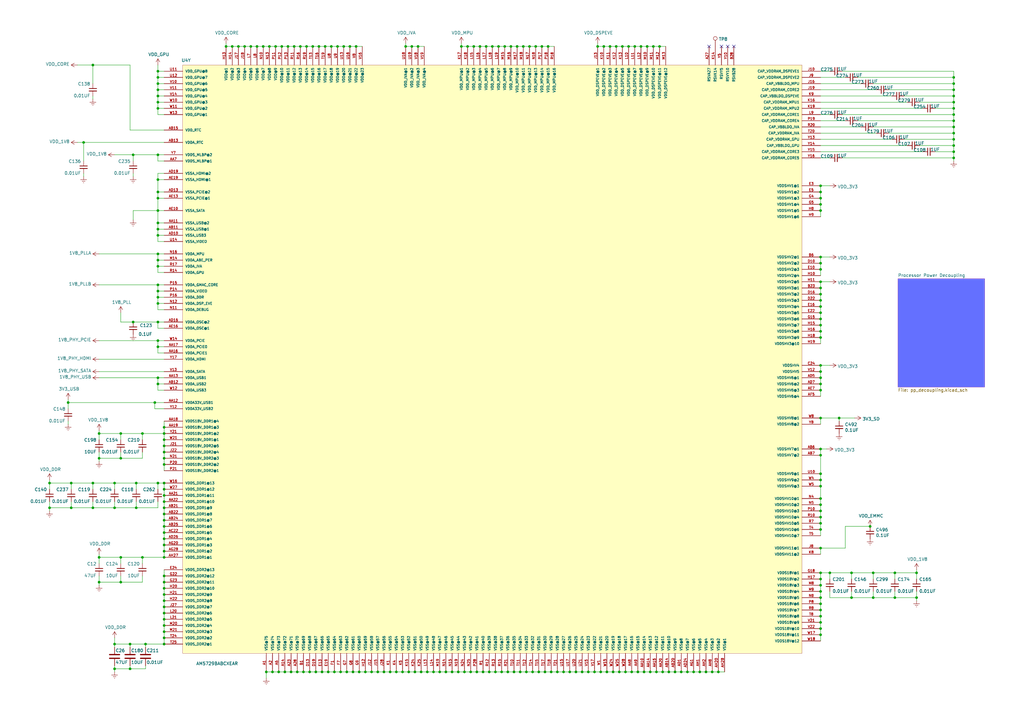
<source format=kicad_sch>
(kicad_sch (version 20210126) (generator eeschema)
  (paper "A3")
  (title_block (title "BeagleBone AI AM57x") (date "2021-01-15") (rev "Kicad-A1") (company "KiCad Services Corporation"))
  (lib_symbols
    (symbol "Connector:TestPoint" (pin_numbers hide) (pin_names (offset 0.762) hide)
      (property "Reference" "TP" (at 0 6.858 0))
      (property "Value" "TestPoint" (at 0 5.08 0))
      (symbol "TestPoint_1_1"
        (pin passive line (at 0 0 90) (length 2.54) (name "1") (number "1"))
      )
    )
    (symbol "Device:C" (pin_numbers hide) (pin_names (offset 0.254))
      (property "Reference" "C" (at 0.635 2.54 0))
      (property "Value" "C" (at 0.635 -2.54 0))
      (symbol "C_1_1"
        (pin passive line (at 0 3.81 270) (length 2.794) (name "~") (number "1"))
        (pin passive line (at 0 -3.81 90) (length 2.794) (name "~") (number "2"))
      )
    )
    (symbol "Device:C_Small" (pin_numbers hide) (pin_names (offset 0.254) hide)
      (property "Reference" "C" (at 0.254 1.778 0))
      (property "Value" "C_Small" (at 0.254 -2.032 0))
      (symbol "C_Small_1_1"
        (pin passive line (at 0 2.54 270) (length 2.032) (name "~") (number "1"))
        (pin passive line (at 0 -2.54 90) (length 2.032) (name "~") (number "2"))
      )
    )
    (symbol "beaglebone-ai:1V8_PHY_HDMI" (power) (pin_names (offset 0))
      (property "Value" "1V8_PHY_HDMI" (at 0 3.556 0))
      (symbol "1V8_PHY_HDMI_1_1"
        (pin power_in line (at 0 0 90) (length 0) hide (name "1V8_PHY_HDMI") (number "1"))
      )
    )
    (symbol "beaglebone-ai:1V8_PHY_PCIE" (power) (pin_names (offset 0))
      (property "Value" "1V8_PHY_PCIE" (at 0 3.556 0))
      (symbol "1V8_PHY_PCIE_1_1"
        (pin power_in line (at 0 0 90) (length 0) hide (name "1V8_PHY_PCIE") (number "1"))
      )
    )
    (symbol "beaglebone-ai:1V8_PHY_SATA" (power) (pin_names (offset 0))
      (property "Value" "1V8_PHY_SATA" (at 0 3.556 0))
      (symbol "1V8_PHY_SATA_1_1"
        (pin power_in line (at 0 0 90) (length 0) hide (name "1V8_PHY_SATA") (number "1"))
      )
    )
    (symbol "beaglebone-ai:1V8_PHY_USB" (power) (pin_names (offset 0))
      (property "Value" "1V8_PHY_USB" (at 0 3.556 0))
      (symbol "1V8_PHY_USB_1_1"
        (pin power_in line (at 0 0 90) (length 0) hide (name "1V8_PHY_USB") (number "1"))
      )
    )
    (symbol "beaglebone-ai:1V8_PLL" (power) (pin_names (offset 0))
      (property "Value" "1V8_PLL" (at 0 3.556 0))
      (symbol "1V8_PLL_1_1"
        (pin power_in line (at 0 0 90) (length 0) hide (name "1V8_PLL") (number "1"))
      )
    )
    (symbol "beaglebone-ai:1V8_PLLA" (power) (pin_names (offset 0))
      (property "Value" "1V8_PLLA" (at 0 3.556 0))
      (symbol "1V8_PLLA_1_1"
        (pin power_in line (at 0 0 90) (length 0) hide (name "1V8_PLLA") (number "1"))
      )
    )
    (symbol "beaglebone-ai:1V8_PLLB" (power) (pin_names (offset 0))
      (property "Value" "1V8_PLLB" (at 0 3.556 0))
      (symbol "1V8_PLLB_1_1"
        (pin power_in line (at 0 0 90) (length 0) hide (name "1V8_PLLB") (number "1"))
      )
    )
    (symbol "beaglebone-ai:3V3_SD" (power) (pin_names (offset 0))
      (property "Value" "3V3_SD" (at 0 3.556 0))
      (symbol "3V3_SD_1_1"
        (pin power_in line (at 0 0 90) (length 0) hide (name "3V3_SD") (number "1"))
      )
    )
    (symbol "beaglebone-ai:3V3_USB" (power) (pin_names (offset 0))
      (property "Value" "3V3_USB" (at 0 3.556 0))
      (symbol "3V3_USB_1_1"
        (pin power_in line (at 0 0 90) (length 0) hide (name "3V3_USB") (number "1"))
      )
    )
    (symbol "beaglebone-ai:AM5729BABCXEAR" (pin_names (offset 1.016))
      (property "Reference" "U" (at -19.05 44.45 0))
      (property "Value" "AM5729BABCXEAR" (at -6.35 44.45 0))
      (symbol "AM5729BABCXEAR_1_0"
        (pin passive line (at 20.32 26.67 180) (length 7.62) (name "XI_OSC0") (number "AE15"))
        (pin passive line (at 20.32 21.59 180) (length 7.62) (name "XO_OSC0") (number "AD15"))
        (pin power_in line (at 20.32 16.51 180) (length 7.62) (name "VSSA_OSC0") (number "AF15"))
        (pin passive line (at 20.32 8.89 180) (length 7.62) (name "XI_OSC1") (number "AC15"))
        (pin passive line (at 20.32 3.81 180) (length 7.62) (name "XO_OSC1") (number "AC13"))
        (pin power_in line (at 20.32 -1.27 180) (length 7.62) (name "VSSA_OSC1") (number "AC14"))
        (pin passive line (at 20.32 -8.89 180) (length 7.62) (name "PORZ") (number "F22"))
        (pin passive line (at 20.32 -16.51 180) (length 7.62) (name "RESETN") (number "E23"))
        (pin passive line (at 20.32 -21.59 180) (length 7.62) (name "RSTOUTN") (number "F23"))
        (pin passive line (at 20.32 -29.21 180) (length 7.62) (name "NMI_DSP") (number "D21"))
      )
      (symbol "AM5729BABCXEAR_2_0"
        (pin passive line (at 19.05 15.24 180) (length 7.62) (name "RTC_OSC_XI") (number "AE14"))
        (pin passive line (at 19.05 12.7 180) (length 7.62) (name "RTC_OSC_XO") (number "AD14"))
        (pin passive line (at 19.05 7.62 180) (length 7.62) (name "RTC_ISO") (number "AF14"))
        (pin passive line (at 19.05 2.54 180) (length 7.62) (name "RTC_PORZ") (number "AB17"))
        (pin passive line (at 19.05 -2.54 180) (length 7.62) (name "ON_OFF") (number "Y11"))
        (pin passive line (at 19.05 -7.62 180) (length 7.62) (name "WAKEUP0") (number "AD17"))
        (pin passive line (at 19.05 -10.16 180) (length 7.62) (name "WAKEUP1") (number "AC17"))
        (pin passive line (at 19.05 -12.7 180) (length 7.62) (name "WAKEUP2") (number "AB16"))
        (pin passive line (at 19.05 -15.24 180) (length 7.62) (name "WAKEUP3") (number "AC16"))
      )
      (symbol "AM5729BABCXEAR_3_0"
        (pin passive line (at 27.94 109.22 180) (length 7.62) (name "DDR1_RST") (number "AG21"))
        (pin passive line (at 27.94 101.6 180) (length 7.62) (name "DDR1_CK") (number "AG24"))
        (pin passive line (at 27.94 99.06 180) (length 7.62) (name "DDR1_CKN") (number "AH24"))
        (pin passive line (at 27.94 96.52 180) (length 7.62) (name "DDR1_CKE") (number "AG22"))
        (pin passive line (at 27.94 93.98 180) (length 7.62) (name "DDR1_CSN0") (number "AH23"))
        (pin passive line (at 27.94 91.44 180) (length 7.62) (name "DDR1_CASN") (number "AC18"))
        (pin passive line (at 27.94 88.9 180) (length 7.62) (name "DDR1_RASN") (number "AF20"))
        (pin passive line (at 27.94 86.36 180) (length 7.62) (name "DDR1_WEN") (number "AH21"))
        (pin passive line (at 27.94 76.2 180) (length 7.62) (name "DDR1_BA0") (number "AF17"))
        (pin passive line (at 27.94 73.66 180) (length 7.62) (name "DDR1_BA1") (number "AE18"))
        (pin passive line (at 27.94 71.12 180) (length 7.62) (name "DDR1_BA2") (number "AB18"))
        (pin passive line (at 27.94 -86.36 180) (length 7.62) (name "DDR1_DQS0") (number "AH25"))
        (pin passive line (at 27.94 -88.9 180) (length 7.62) (name "DDR1_DQS0N") (number "AG25"))
        (pin passive line (at 27.94 -91.44 180) (length 7.62) (name "DDR1_DQS1") (number "AE27"))
        (pin passive line (at 27.94 -93.98 180) (length 7.62) (name "DDR1_DQS1N") (number "AE28"))
        (pin passive line (at 27.94 -96.52 180) (length 7.62) (name "DDR1_DQS2") (number "AD27"))
        (pin passive line (at 27.94 -99.06 180) (length 7.62) (name "DDR1_DQS2N") (number "AD28"))
        (pin passive line (at 27.94 -101.6 180) (length 7.62) (name "DDR1_DQS3") (number "Y28"))
        (pin passive line (at 27.94 -104.14 180) (length 7.62) (name "DDR1_DQS3N") (number "Y27"))
        (pin passive line (at 27.94 -114.3 180) (length 7.62) (name "DDR1_ODT0") (number "AE20"))
        (pin passive line (at 27.94 68.58 180) (length 7.62) (name "DDR1_A0") (number "AD20"))
        (pin passive line (at 27.94 66.04 180) (length 7.62) (name "DDR1_A1") (number "AC19"))
        (pin passive line (at 27.94 63.5 180) (length 7.62) (name "DDR1_A2") (number "AC20"))
        (pin passive line (at 27.94 60.96 180) (length 7.62) (name "DDR1_A3") (number "AB19"))
        (pin passive line (at 27.94 58.42 180) (length 7.62) (name "DDR1_A4") (number "AF21"))
        (pin passive line (at 27.94 55.88 180) (length 7.62) (name "DDR1_A5") (number "AH22"))
        (pin passive line (at 27.94 53.34 180) (length 7.62) (name "DDR1_A6") (number "AG23"))
        (pin passive line (at 27.94 50.8 180) (length 7.62) (name "DDR1_A7") (number "AE21"))
        (pin passive line (at 27.94 48.26 180) (length 7.62) (name "DDR1_A8") (number "AF22"))
        (pin passive line (at 27.94 45.72 180) (length 7.62) (name "DDR1_A9") (number "AE22"))
        (pin passive line (at 27.94 43.18 180) (length 7.62) (name "DDR1_A10") (number "AD21"))
        (pin passive line (at 27.94 40.64 180) (length 7.62) (name "DDR1_A11") (number "AD22"))
        (pin passive line (at 27.94 38.1 180) (length 7.62) (name "DDR1_A12") (number "AC21"))
        (pin passive line (at 27.94 35.56 180) (length 7.62) (name "DDR1_A13") (number "AF18"))
        (pin passive line (at 27.94 33.02 180) (length 7.62) (name "DDR1_A14") (number "AE17"))
        (pin passive line (at 27.94 30.48 180) (length 7.62) (name "DDR1_A15") (number "AD18"))
        (pin passive line (at 27.94 20.32 180) (length 7.62) (name "DDR1_D0") (number "AF25"))
        (pin passive line (at 27.94 17.78 180) (length 7.62) (name "DDR1_D1") (number "AF26"))
        (pin passive line (at 27.94 15.24 180) (length 7.62) (name "DDR1_D2") (number "AG26"))
        (pin passive line (at 27.94 12.7 180) (length 7.62) (name "DDR1_D3") (number "AH26"))
        (pin passive line (at 27.94 10.16 180) (length 7.62) (name "DDR1_D4") (number "AF24"))
        (pin passive line (at 27.94 7.62 180) (length 7.62) (name "DDR1_D5") (number "AE24"))
        (pin passive line (at 27.94 5.08 180) (length 7.62) (name "DDR1_D6") (number "AF23"))
        (pin passive line (at 27.94 2.54 180) (length 7.62) (name "DDR1_D7") (number "AE23"))
        (pin passive line (at 27.94 0 180) (length 7.62) (name "DDR1_D8") (number "AC23"))
        (pin passive line (at 27.94 -2.54 180) (length 7.62) (name "DDR1_D9") (number "AF27"))
        (pin tri_state line (at 27.94 -5.08 180) (length 7.62) (name "DDR1_D10") (number "AG27"))
        (pin passive line (at 27.94 -7.62 180) (length 7.62) (name "DDR1_D11") (number "AF28"))
        (pin passive line (at 27.94 -10.16 180) (length 7.62) (name "DDR1_D12") (number "AE26"))
        (pin passive line (at 27.94 -12.7 180) (length 7.62) (name "DDR1_D13") (number "AC25"))
        (pin passive line (at 27.94 -15.24 180) (length 7.62) (name "DDR1_D14") (number "AC24"))
        (pin passive line (at 27.94 -17.78 180) (length 7.62) (name "DDR1_D15") (number "AD25"))
        (pin tri_state line (at 27.94 -20.32 180) (length 7.62) (name "DDR1_D16") (number "V20"))
        (pin passive line (at 27.94 -22.86 180) (length 7.62) (name "DDR1_D17") (number "W20"))
        (pin passive line (at 27.94 -25.4 180) (length 7.62) (name "DDR1_D18") (number "AB28"))
        (pin passive line (at 27.94 -27.94 180) (length 7.62) (name "DDR1_D19") (number "AC28"))
        (pin passive line (at 27.94 -30.48 180) (length 7.62) (name "DDR1_D20") (number "AC27"))
        (pin passive line (at 27.94 -33.02 180) (length 7.62) (name "DDR1_D21") (number "Y19"))
        (pin passive line (at 27.94 -35.56 180) (length 7.62) (name "DDR1_D22") (number "AB27"))
        (pin passive line (at 27.94 -38.1 180) (length 7.62) (name "DDR1_D23") (number "Y20"))
        (pin passive line (at 27.94 -40.64 180) (length 7.62) (name "DDR1_D24") (number "AA23"))
        (pin passive line (at 27.94 -43.18 180) (length 7.62) (name "DDR1_D25") (number "Y22"))
        (pin passive line (at 27.94 -45.72 180) (length 7.62) (name "DDR1_D26") (number "Y23"))
        (pin passive line (at 27.94 -48.26 180) (length 7.62) (name "DDR1_D27") (number "AA24"))
        (pin passive line (at 27.94 -50.8 180) (length 7.62) (name "DDR1_D28") (number "Y24"))
        (pin passive line (at 27.94 -53.34 180) (length 7.62) (name "DDR1_D29") (number "AA26"))
        (pin passive line (at 27.94 -55.88 180) (length 7.62) (name "DDR1_D30") (number "AA25"))
        (pin passive line (at 27.94 -58.42 180) (length 7.62) (name "DDR1_D31") (number "AA28"))
        (pin passive line (at 27.94 -68.58 180) (length 7.62) (name "DDR1_DQM0") (number "AD23"))
        (pin passive line (at 27.94 -71.12 180) (length 7.62) (name "DDR1_DQM1") (number "AB23"))
        (pin passive line (at 27.94 -73.66 180) (length 7.62) (name "DDR1_DQM2") (number "AC26"))
        (pin passive line (at 27.94 -76.2 180) (length 7.62) (name "DDR1_DQM3") (number "AA27"))
        (pin passive line (at 27.94 -121.92 180) (length 7.62) (name "DDR1_VREF") (number "Y18"))
        (pin passive line (at -25.4 -10.16 0) (length 7.62) (name "DDR1_ECC_DQSN") (number "V28"))
        (pin passive line (at -25.4 -7.62 0) (length 7.62) (name "DDR1_ECC_DQS") (number "V27"))
        (pin passive line (at -25.4 0 0) (length 7.62) (name "DDR1_ECC_DQM") (number "V26"))
        (pin passive line (at -25.4 7.62 0) (length 7.62) (name "DDR1_ECC_D7") (number "Y26"))
        (pin passive line (at -25.4 10.16 0) (length 7.62) (name "DDR1_ECC_D6") (number "V25"))
        (pin passive line (at -25.4 12.7 0) (length 7.62) (name "DDR1_ECC_D5") (number "V24"))
        (pin passive line (at -25.4 15.24 0) (length 7.62) (name "DDR1_ECC_D4") (number "Y25"))
        (pin passive line (at -25.4 17.78 0) (length 7.62) (name "DDR1_ECC_D3") (number "W23"))
        (pin passive line (at -25.4 20.32 0) (length 7.62) (name "DDR1_ECC_D2") (number "W19"))
        (pin passive line (at -25.4 22.86 0) (length 7.62) (name "DDR1_ECC_D1") (number "V23"))
        (pin passive line (at -25.4 25.4 0) (length 7.62) (name "DDR1_ECC_D0") (number "W22"))
      )
      (symbol "AM5729BABCXEAR_4_0"
        (pin passive line (at 25.4 8.89 180) (length 7.62) (name "GPMC_A18/QSPI1_SCLK") (number "R2"))
        (pin passive line (at 25.4 6.35 180) (length 7.62) (name "GPMC_A13/QSPI_RTCLK") (number "R3"))
        (pin passive line (at 25.4 3.81 180) (length 7.62) (name "GPMC_CS2/QSPI1_CS0") (number "P2"))
        (pin passive line (at 25.4 -3.81 180) (length 7.62) (name "GPMC_A16/QSPI1_D0") (number "U1"))
        (pin passive line (at 25.4 -6.35 180) (length 7.62) (name "GPMC_A17/QSPI1_D1") (number "P3"))
        (pin passive line (at 25.4 -8.89 180) (length 7.62) (name "GPMC_A15/QSPI_D2") (number "U2"))
        (pin passive line (at 25.4 -11.43 180) (length 7.62) (name "GPMC_A14/QSPI_D3") (number "T2"))
      )
      (symbol "AM5729BABCXEAR_5_0"
        (pin passive line (at 27.94 15.24 180) (length 7.62) (name "GPMC_A23/MMC2_CLK") (number "J7"))
        (pin passive line (at 27.94 12.7 180) (length 7.62) (name "GPMC_CS1/MMC2_CMD") (number "H6"))
        (pin passive line (at 27.94 5.08 180) (length 7.62) (name "GPMC_A24/MMC2_DAT0") (number "J4"))
        (pin passive line (at 27.94 2.54 180) (length 7.62) (name "GPMC_A25/MMC2_DAT1") (number "J6"))
        (pin passive line (at 27.94 0 180) (length 7.62) (name "GPMC_A26/MMC2_DAT2") (number "H4"))
        (pin passive line (at 27.94 -2.54 180) (length 7.62) (name "GPMC_A27/MMC2_DAT3") (number "H5"))
        (pin passive line (at 27.94 -5.08 180) (length 7.62) (name "GPMC_A19/MMC2_DAT4") (number "K7"))
        (pin passive line (at 27.94 -7.62 180) (length 7.62) (name "GPMC_A20/MMC2_DAT5") (number "M7"))
        (pin passive line (at 27.94 -10.16 180) (length 7.62) (name "GPMC_A21/MMC2_DAT6") (number "J5"))
        (pin passive line (at 27.94 -12.7 180) (length 7.62) (name "GPMC_A22/MMC2_DAT7") (number "K6"))
      )
      (symbol "AM5729BABCXEAR_6_0"
        (pin passive line (at 19.05 22.86 180) (length 7.62) (name "RGMII0_TXC") (number "W9"))
        (pin passive line (at 19.05 20.32 180) (length 7.62) (name "RGMII0_TXCTL") (number "V9"))
        (pin passive line (at 19.05 12.7 180) (length 7.62) (name "RGMII0_TXD0") (number "U6"))
        (pin passive line (at 19.05 10.16 180) (length 7.62) (name "RGMII0_TXD1") (number "V6"))
        (pin passive line (at 19.05 7.62 180) (length 7.62) (name "RGMII0_TXD2") (number "U7"))
        (pin passive line (at 19.05 5.08 180) (length 7.62) (name "RGMII0_TXD3") (number "V7"))
        (pin passive line (at 19.05 -2.54 180) (length 7.62) (name "RGMII0_RXC") (number "U5"))
        (pin passive line (at 19.05 -5.08 180) (length 7.62) (name "RGMII0_RXCTL") (number "V5"))
        (pin passive line (at 19.05 -12.7 180) (length 7.62) (name "RGMII0_RXD0") (number "W2"))
        (pin passive line (at 19.05 -15.24 180) (length 7.62) (name "RGMII0_RXD1") (number "Y2"))
        (pin passive line (at 19.05 -17.78 180) (length 7.62) (name "RGMII0_RXD2") (number "V3"))
        (pin passive line (at 19.05 -20.32 180) (length 7.62) (name "RGMII0_RXD3") (number "V4"))
        (pin passive line (at 19.05 -27.94 180) (length 7.62) (name "MDIO_MCLK") (number "V1"))
        (pin passive line (at 19.05 -30.48 180) (length 7.62) (name "MDIO_D") (number "U4"))
      )
      (symbol "AM5729BABCXEAR_7_0"
        (pin passive line (at 26.67 20.32 180) (length 7.62) (name "VIN2A_D12/RGMII1_TXC") (number "D5"))
        (pin passive line (at 26.67 17.78 180) (length 7.62) (name "VIN2A_D13/RGMII1_TXCTL") (number "C2"))
        (pin passive line (at 26.67 10.16 180) (length 7.62) (name "VIN2A_D17/RGMII1_TXD0") (number "D6"))
        (pin passive line (at 26.67 7.62 180) (length 7.62) (name "VIN2A_D16/RGMII1_TXD1") (number "B2"))
        (pin passive line (at 26.67 5.08 180) (length 7.62) (name "VIN2A_D15/RGMII1_TXD2") (number "C4"))
        (pin passive line (at 26.67 2.54 180) (length 7.62) (name "VIN2A_D14/RGMII1_TXD3") (number "C3"))
        (pin passive line (at 26.67 -5.08 180) (length 7.62) (name "VIN2A_D18/RGMII1_RXC") (number "C5"))
        (pin passive line (at 26.67 -7.62 180) (length 7.62) (name "VIN2A_D19/RGMII1_RXCTL") (number "A3"))
        (pin passive line (at 26.67 -15.24 180) (length 7.62) (name "VIN2A_D23/RGMII1_RXD0") (number "A4"))
        (pin passive line (at 26.67 -17.78 180) (length 7.62) (name "VIN2A_D22/RGMII1_RXD1") (number "B5"))
        (pin passive line (at 26.67 -20.32 180) (length 7.62) (name "VIN2A_D21/RGMII1_RXD2") (number "B4"))
        (pin passive line (at 26.67 -22.86 180) (length 7.62) (name "VIN2A_D20/RGMII1_RXD3") (number "B3"))
      )
      (symbol "AM5729BABCXEAR_8_0"
        (pin passive line (at 27.94 17.78 180) (length 7.62) (name "HDMI1_CLOCKX") (number "AG16"))
        (pin passive line (at 27.94 15.24 180) (length 7.62) (name "HDMI1_CLOCKY") (number "AH16"))
        (pin passive line (at 27.94 7.62 180) (length 7.62) (name "HDMI1_DATA0X") (number "AG17"))
        (pin passive line (at 27.94 5.08 180) (length 7.62) (name "HDMI1_DATA0Y") (number "AH17"))
        (pin passive line (at 27.94 2.54 180) (length 7.62) (name "HDMI1_DATA1X") (number "AG18"))
        (pin passive line (at 27.94 0 180) (length 7.62) (name "HDMI1_DATA1Y") (number "AH18"))
        (pin passive line (at 27.94 -2.54 180) (length 7.62) (name "HDMI1_DATA2X") (number "AG19"))
        (pin passive line (at 27.94 -5.08 180) (length 7.62) (name "HDMI1_DATA2Y") (number "AH19"))
        (pin passive line (at 27.94 -12.7 180) (length 7.62) (name "I2C2_SCL/HDMI1_DDC_SDA") (number "C25"))
        (pin passive line (at 27.94 -15.24 180) (length 7.62) (name "I2C2_SDA/HDMI1_DDC_SCL") (number "F17"))
        (pin passive line (at 27.94 -22.86 180) (length 7.62) (name "SPI1_CS2/HDMI_HPD") (number "B21"))
        (pin passive line (at 27.94 -25.4 180) (length 7.62) (name "SPI1_CS3/HDMI_CEC") (number "B20"))
      )
      (symbol "AM5729BABCXEAR_9_0"
        (pin passive line (at 26.67 1.27 180) (length 7.62) (name "UART2_RTSN/UART3_TXD") (number "C28"))
        (pin passive line (at 26.67 -1.27 180) (length 7.62) (name "UART2_CTSN/UART3_RXD") (number "D27"))
      )
      (symbol "AM5729BABCXEAR_10_0"
        (pin passive line (at 27.94 8.89 180) (length 7.62) (name "VIN2A_D1/PR1_UART0_TXD") (number "F3"))
        (pin passive line (at 27.94 6.35 180) (length 7.62) (name "VIN2A_D0/PR1_UART0_RXD") (number "F2"))
        (pin passive line (at 27.94 -3.81 180) (length 7.62) (name "VIN2A_D5/PR1_PRU1_R30_2") (number "F4"))
        (pin passive line (at 27.94 -13.97 180) (length 7.62) (name "RMII50MHZCLK/PR2_GPIO") (number "U3"))
      )
      (symbol "AM5729BABCXEAR_11_0"
        (pin passive line (at 30.48 1.27 180) (length 7.62) (name "UART3_TXD/PR1_MII0_MR0CLK") (number "Y1"))
        (pin passive line (at 30.48 -1.27 180) (length 7.62) (name "UART3_RXD/PR1_MII0_RXDV") (number "V2"))
      )
      (symbol "AM5729BABCXEAR_12_0"
        (pin passive line (at 30.48 11.43 180) (length 7.62) (name "VIN2A_D6/PR1_MII_MT1_CLK") (number "C1"))
        (pin passive line (at 30.48 8.89 180) (length 7.62) (name "VIN2A_D7/PR1_MII1_TXEN") (number "E4"))
        (pin passive line (at 30.48 1.27 180) (length 7.62) (name "VIN2A_D9/PR1_MII1_TXD2") (number "E6"))
        (pin passive line (at 30.48 -1.27 180) (length 7.62) (name "VIN2A_D8/PR1_MII1_TXD3") (number "F5"))
        (pin passive line (at 30.48 -8.89 180) (length 7.62) (name "VIN2A_D10/PR1_MDIO_MDCLK") (number "D3"))
        (pin passive line (at 30.48 -11.43 180) (length 7.62) (name "VIN2A_D11/PR1_MDIO_DATA") (number "F6"))
      )
      (symbol "AM5729BABCXEAR_13_0"
        (pin passive line (at 33.02 27.94 180) (length 7.62) (name "MCASP1_AXR1/PR2_MII_MT0_CLK") (number "F12"))
        (pin passive line (at 33.02 25.4 180) (length 7.62) (name "MCASP1_AXR8/PR2_MII0_TXEN") (number "B12"))
        (pin passive line (at 33.02 17.78 180) (length 7.62) (name "MCASP1_AXR12/PR2_MII0_TXD0") (number "E14"))
        (pin passive line (at 33.02 15.24 180) (length 7.62) (name "MCASP1_AXR11/PR2_MII0_TXD1") (number "A12"))
        (pin passive line (at 33.02 12.7 180) (length 7.62) (name "MCASP1_AXR10/PR2_MII0_TXD2") (number "B13"))
        (pin passive line (at 33.02 10.16 180) (length 7.62) (name "MCASP1_AXR9/PR2_MII0_TXD3") (number "A11"))
        (pin passive line (at 33.02 2.54 180) (length 7.62) (name "MCASP1_AXR13/PR2_MII_MR0_CLK") (number "A13"))
        (pin passive line (at 33.02 0 180) (length 7.62) (name "MCASP1_AXR14/PR2_MII0_RXDV") (number "G14"))
        (pin passive line (at 33.02 -2.54 180) (length 7.62) (name "MCASP1_AXR0/PR2_MII0_RXER") (number "G12"))
        (pin passive line (at 33.02 -10.16 180) (length 7.62) (name "MCASP2_AXR2/PR2_MII0_RXD0") (number "C15"))
        (pin passive line (at 33.02 -12.7 180) (length 7.62) (name "MCASP2_FSX/PR2_MII0_RXD1") (number "A18"))
        (pin passive line (at 33.02 -15.24 180) (length 7.62) (name "MCASP2_ACLKX/PR2_MII0_RXD2") (number "A19"))
        (pin passive line (at 33.02 -17.78 180) (length 7.62) (name "MCASP1_AXR15/PR2_MII0_RXD3") (number "F14"))
        (pin passive line (at 33.02 -25.4 180) (length 7.62) (name "MCASP3_ACLKX/PR2_MII0_CRS") (number "B18"))
        (pin passive line (at 33.02 -27.94 180) (length 7.62) (name "MCASP3_FSX/PR2_MII0_COL") (number "F15"))
        (pin passive line (at 33.02 -30.48 180) (length 7.62) (name "MCASP2_AXR3/PR2_MII0_RXLINK") (number "A16"))
        (pin passive line (at 33.02 -38.1 180) (length 7.62) (name "MCASP1_ACLKX/PR2_MDIO_MDCLK") (number "C14"))
        (pin passive line (at 33.02 -40.64 180) (length 7.62) (name "MCASP1_FSX/PR2_MDIO_DATA") (number "D14"))
      )
      (symbol "AM5729BABCXEAR_14_0"
        (pin passive line (at 31.75 25.4 180) (length 7.62) (name "GPIO6_10/PR2_MII_MT1_CLK") (number "AC5"))
        (pin passive line (at 31.75 22.86 180) (length 7.62) (name "GPIO6_11/PR2_MII1_TXEN") (number "AB4"))
        (pin passive line (at 31.75 15.24 180) (length 7.62) (name "MMC3_DAT1/PR2_MII1_TXD0") (number "AC6"))
        (pin passive line (at 31.75 12.7 180) (length 7.62) (name "MMC3_DAT0/PR2_MII1_TXD1") (number "AC7"))
        (pin passive line (at 31.75 10.16 180) (length 7.62) (name "MMC3_CMD/PR2_MII1_TXD2") (number "AC4"))
        (pin passive line (at 31.75 7.62 180) (length 7.62) (name "MMC3_CLK/PR2_MII1_TXD3") (number "AD4"))
        (pin passive line (at 31.75 0 180) (length 7.62) (name "MMC3_DAT2/PR2_MII_MR1_CLK") (number "AC9"))
        (pin passive line (at 31.75 -2.54 180) (length 7.62) (name "MMC3_DAT3/PR2_MII1_RXDV") (number "AC3"))
        (pin passive line (at 31.75 -5.08 180) (length 7.62) (name "MCASP3_AXR0/PR2_MII1_RXER") (number "B19"))
        (pin passive line (at 31.75 -12.7 180) (length 7.62) (name "MMC3_DAT7/PR2_MII1_RXD0") (number "AB5"))
        (pin passive line (at 31.75 -15.24 180) (length 7.62) (name "MMC3_DAT6/PR2_MII1_RXD1") (number "AB8"))
        (pin passive line (at 31.75 -17.78 180) (length 7.62) (name "MMC3_DAT5/PR2_MII1_RXD2") (number "AD6"))
        (pin passive line (at 31.75 -20.32 180) (length 7.62) (name "MMC3_DAT4/PR2_MII1_RXD3") (number "AC8"))
        (pin passive line (at 31.75 -27.94 180) (length 7.62) (name "XREF_CLK1/PR2_MII1_CRS") (number "E17"))
        (pin passive line (at 31.75 -30.48 180) (length 7.62) (name "XREF_CLK0/PR2_MII1_COL") (number "D18"))
        (pin passive line (at 31.75 -33.02 180) (length 7.62) (name "MCASP3_AXR1/PR2_MII1_RXLINK") (number "C17"))
      )
      (symbol "AM5729BABCXEAR_15_0"
        (pin passive line (at 19.05 12.7 180) (length 7.62) (name "MMC1_CLK") (number "W6"))
        (pin passive line (at 19.05 10.16 180) (length 7.62) (name "MMC1_CMD") (number "Y6"))
        (pin passive line (at 19.05 5.08 180) (length 7.62) (name "MMC1_DAT0") (number "AA6"))
        (pin passive line (at 19.05 2.54 180) (length 7.62) (name "MMC1_DAT1") (number "Y4"))
        (pin passive line (at 19.05 0 180) (length 7.62) (name "MMC1_DAT2") (number "AA5"))
        (pin passive line (at 19.05 -2.54 180) (length 7.62) (name "MMC1_DAT3") (number "Y3"))
        (pin passive line (at 19.05 -7.62 180) (length 7.62) (name "MMC1_SDCD") (number "W7"))
        (pin passive line (at 19.05 -12.7 180) (length 7.62) (name "MMC1_SDWP") (number "Y9"))
      )
      (symbol "AM5729BABCXEAR_16_0"
        (pin passive line (at 20.32 7.62 180) (length 7.62) (name "LJCB_CLKP") (number "AG15"))
        (pin passive line (at 20.32 5.08 180) (length 7.62) (name "LJCB_CLKN") (number "AH15"))
        (pin passive line (at 20.32 0 180) (length 7.62) (name "PCIE_TXP0") (number "AH14"))
        (pin passive line (at 20.32 -2.54 180) (length 7.62) (name "PCIE_TXN0") (number "AG14"))
        (pin passive line (at 20.32 -7.62 180) (length 7.62) (name "PCIE_RXP0") (number "AH13"))
        (pin passive line (at 20.32 -10.16 180) (length 7.62) (name "PCIE_RXN0") (number "AG13"))
      )
      (symbol "AM5729BABCXEAR_17_0"
        (pin passive line (at 19.05 10.16 180) (length 7.62) (name "USB1_DP") (number "AD12"))
        (pin passive line (at 19.05 7.62 180) (length 7.62) (name "USB1_DM") (number "AC12"))
        (pin passive line (at 19.05 2.54 180) (length 7.62) (name "USB1_DRVVBUS") (number "AB10"))
        (pin passive line (at 19.05 -2.54 180) (length 7.62) (name "USB_RXN0") (number "AF12"))
        (pin passive line (at 19.05 -5.08 180) (length 7.62) (name "USB_RXP0") (number "AE12"))
        (pin passive line (at 19.05 -10.16 180) (length 7.62) (name "USB_TXN0") (number "AC11"))
        (pin passive line (at 19.05 -12.7 180) (length 7.62) (name "USB_TXP0") (number "AD11"))
      )
      (symbol "AM5729BABCXEAR_18_0"
        (pin passive line (at 19.05 1.27 180) (length 7.62) (name "I2C1_SCL") (number "C20"))
        (pin passive line (at 19.05 -1.27 180) (length 7.62) (name "I2C1_SDA") (number "C21"))
      )
      (symbol "AM5729BABCXEAR_19_0"
        (pin passive line (at 15.24 10.16 180) (length 7.62) (name "TCK") (number "E20"))
        (pin passive line (at 15.24 7.62 180) (length 7.62) (name "RTCK") (number "E18"))
        (pin passive line (at 15.24 5.08 180) (length 7.62) (name "TMS") (number "F18"))
        (pin passive line (at 15.24 0 180) (length 7.62) (name "TDI") (number "D23"))
        (pin passive line (at 15.24 -2.54 180) (length 7.62) (name "TDO") (number "F19"))
        (pin passive line (at 15.24 -7.62 180) (length 7.62) (name "TRSTN") (number "D20"))
        (pin passive line (at 15.24 -12.7 180) (length 7.62) (name "EMU0") (number "G21"))
        (pin passive line (at 15.24 -15.24 180) (length 7.62) (name "EMU1") (number "D24"))
      )
      (symbol "AM5729BABCXEAR_20_0"
        (pin passive line (at 25.4 40.64 180) (length 7.62) (name "VOUT1_CLK") (number "D11"))
        (pin passive line (at 25.4 33.02 180) (length 7.62) (name "VOUT1_VSYNC") (number "E11"))
        (pin passive line (at 25.4 30.48 180) (length 7.62) (name "VOUT1_HSYNC") (number "C11"))
        (pin passive line (at 25.4 27.94 180) (length 7.62) (name "VOUT1_DE") (number "B10"))
        (pin passive line (at 25.4 20.32 180) (length 7.62) (name "VOUT1_D0") (number "F11"))
        (pin passive line (at 25.4 17.78 180) (length 7.62) (name "VOUT1_D1") (number "G10"))
        (pin passive line (at 25.4 15.24 180) (length 7.62) (name "VOUT1_D2") (number "F10"))
        (pin passive line (at 25.4 12.7 180) (length 7.62) (name "VOUT1_D3") (number "G11"))
        (pin passive line (at 25.4 10.16 180) (length 7.62) (name "VOUT1_D4") (number "E9"))
        (pin passive line (at 25.4 7.62 180) (length 7.62) (name "VOUT1_D5") (number "F9"))
        (pin passive line (at 25.4 5.08 180) (length 7.62) (name "VOUT1_D6") (number "F8"))
        (pin passive line (at 25.4 2.54 180) (length 7.62) (name "VOUT1_D7") (number "E7"))
        (pin passive line (at 25.4 0 180) (length 7.62) (name "VOUT1_D8") (number "E8"))
        (pin passive line (at 25.4 -2.54 180) (length 7.62) (name "VOUT1_D9") (number "D9"))
        (pin passive line (at 25.4 -5.08 180) (length 7.62) (name "VOUT1_D10") (number "D7"))
        (pin passive line (at 25.4 -7.62 180) (length 7.62) (name "VOUT1_D11") (number "D8"))
        (pin passive line (at 25.4 -10.16 180) (length 7.62) (name "VOUT1_D12") (number "A5"))
        (pin passive line (at 25.4 -12.7 180) (length 7.62) (name "VOUT1_D13") (number "C6"))
        (pin passive line (at 25.4 -15.24 180) (length 7.62) (name "VOUT1_D14") (number "C8"))
        (pin passive line (at 25.4 -17.78 180) (length 7.62) (name "VOUT1_D15") (number "C7"))
        (pin passive line (at 25.4 -20.32 180) (length 7.62) (name "VOUT1_D16") (number "B7"))
        (pin passive line (at 25.4 -22.86 180) (length 7.62) (name "VOUT1_D17") (number "B8"))
        (pin passive line (at 25.4 -25.4 180) (length 7.62) (name "VOUT1_D18") (number "A7"))
        (pin passive line (at 25.4 -27.94 180) (length 7.62) (name "VOUT1_D19") (number "A8"))
        (pin passive line (at 25.4 -30.48 180) (length 7.62) (name "VOUT1_D20") (number "C9"))
        (pin passive line (at 25.4 -33.02 180) (length 7.62) (name "VOUT1_D21") (number "A9"))
        (pin passive line (at 25.4 -35.56 180) (length 7.62) (name "VOUT1_D22") (number "B9"))
        (pin passive line (at 25.4 -38.1 180) (length 7.62) (name "VOUT1_D23") (number "A10"))
        (pin passive line (at 25.4 -45.72 180) (length 7.62) (name "VIN2A_D2/ECAP1_IN_PWM1") (number "D1"))
      )
      (symbol "AM5729BABCXEAR_21_0"
        (pin passive line (at 27.94 6.35 180) (length 7.62) (name "MCASP4_ACLKX/SPI3_SCLK") (number "C18"))
        (pin passive line (at 27.94 1.27 180) (length 7.62) (name "VIN1A_D15/GPIO") (number "AF4"))
        (pin passive line (at 27.94 -1.27 180) (length 7.62) (name "MCASP4_FSX/SPI3_D1") (number "A21"))
        (pin passive line (at 27.94 -6.35 180) (length 7.62) (name "MCASP4_AXR1/SPI3_CS0") (number "D17"))
      )
      (symbol "AM5729BABCXEAR_22_0"
        (pin passive line (at 33.02 87.63 180) (length 7.62) (name "GPMC_AD0/GPIO") (number "M6"))
        (pin passive line (at 33.02 85.09 180) (length 7.62) (name "GPMC_AD1/GPIO") (number "M2"))
        (pin passive line (at 33.02 82.55 180) (length 7.62) (name "GPMC_AD2/GPIO") (number "L5"))
        (pin passive line (at 33.02 80.01 180) (length 7.62) (name "GPMC_AD3/GPIO") (number "M1"))
        (pin passive line (at 33.02 77.47 180) (length 7.62) (name "GPMC_AD4/GPIO") (number "L6"))
        (pin passive line (at 33.02 74.93 180) (length 7.62) (name "GPMC_AD5/GPIO") (number "L4"))
        (pin passive line (at 33.02 72.39 180) (length 7.62) (name "GPMC_AD6/GPIO") (number "L3"))
        (pin passive line (at 33.02 69.85 180) (length 7.62) (name "GPMC_AD7/GPIO") (number "L2"))
        (pin passive line (at 33.02 67.31 180) (length 7.62) (name "GPMC_AD8") (number "L1"))
        (pin passive line (at 33.02 64.77 180) (length 7.62) (name "GPMC_AD9") (number "K2"))
        (pin passive line (at 33.02 62.23 180) (length 7.62) (name "GPMC_AD10") (number "J1"))
        (pin passive line (at 33.02 59.69 180) (length 7.62) (name "GPMC_AD11") (number "J2"))
        (pin passive line (at 33.02 57.15 180) (length 7.62) (name "GPMC_AD12") (number "H1"))
        (pin passive line (at 33.02 54.61 180) (length 7.62) (name "GPMC_AD13") (number "J3"))
        (pin passive line (at 33.02 52.07 180) (length 7.62) (name "GPMC_AD14") (number "H2"))
        (pin passive line (at 33.02 49.53 180) (length 7.62) (name "GPMC_AD15") (number "H3"))
        (pin passive line (at 33.02 39.37 180) (length 7.62) (name "GPMC_CS0") (number "T1"))
        (pin passive line (at 33.02 36.83 180) (length 7.62) (name "GPMC_CS3/GPIO") (number "P1"))
        (pin passive line (at 33.02 34.29 180) (length 7.62) (name "GPMC_CLK") (number "P7"))
        (pin passive line (at 33.02 31.75 180) (length 7.62) (name "GPMC_ADVN_ALE") (number "N1"))
        (pin passive line (at 33.02 29.21 180) (length 7.62) (name "GPMC_OEN_REN") (number "M5"))
        (pin passive line (at 33.02 26.67 180) (length 7.62) (name "GPMC_WEN") (number "M3"))
        (pin passive line (at 33.02 24.13 180) (length 7.62) (name "GPMC_BEN0") (number "N6"))
        (pin passive line (at 33.02 21.59 180) (length 7.62) (name "GPMC_BEN1") (number "M4"))
        (pin passive line (at 33.02 19.05 180) (length 7.62) (name "GPMC_WAIT0") (number "N2"))
        (pin passive line (at 33.02 6.35 180) (length 7.62) (name "MCASP1_ACLKR") (number "B14"))
        (pin passive line (at 33.02 3.81 180) (length 7.62) (name "MCASP1_FSR") (number "J14"))
        (pin passive line (at 33.02 1.27 180) (length 7.62) (name "MCASP1_AXR2") (number "G13"))
        (pin passive line (at 33.02 -1.27 180) (length 7.62) (name "MCASP1_AXR3") (number "J11"))
        (pin passive line (at 33.02 -3.81 180) (length 7.62) (name "MCASP1_AXR4") (number "E12"))
        (pin passive line (at 33.02 -6.35 180) (length 7.62) (name "MCASP1_AXR5") (number "F13"))
        (pin passive line (at 33.02 -8.89 180) (length 7.62) (name "MCASP1_AXR6") (number "C12"))
        (pin passive line (at 33.02 -11.43 180) (length 7.62) (name "MCASP1_AXR7") (number "D12"))
        (pin passive line (at 33.02 -24.13 180) (length 7.62) (name "MCASP2_ACLKR") (number "E15"))
        (pin passive line (at 33.02 -26.67 180) (length 7.62) (name "MCASP2_FSR") (number "A20"))
        (pin passive line (at 33.02 -29.21 180) (length 7.62) (name "MCASP2_AXR0") (number "B15"))
        (pin passive line (at 33.02 -31.75 180) (length 7.62) (name "MCASP2_AXR1") (number "A15"))
        (pin passive line (at 33.02 -34.29 180) (length 7.62) (name "MCASP2_AXR4") (number "D15"))
        (pin passive line (at 33.02 -36.83 180) (length 7.62) (name "MCASP2_AXR5") (number "B16"))
        (pin passive line (at 33.02 -39.37 180) (length 7.62) (name "MCASP2_AXR6") (number "B17"))
        (pin passive line (at 33.02 -41.91 180) (length 7.62) (name "MCASP2_AXR7") (number "A17"))
        (pin passive line (at 33.02 -44.45 180) (length 7.62) (name "MCASP5_AXR0/GPIO") (number "AB3"))
        (pin passive line (at 33.02 -46.99 180) (length 7.62) (name "MCASP5_AXR1/GPIO") (number "AA4"))
        (pin passive line (at 33.02 -49.53 180) (length 7.62) (name "PCIE_TXP1") (number "AH12"))
        (pin passive line (at 33.02 -52.07 180) (length 7.62) (name "PCIE_TXN1") (number "AG12"))
        (pin passive line (at 33.02 -54.61 180) (length 7.62) (name "PCIE_RXP1") (number "AH11"))
        (pin passive line (at 33.02 -57.15 180) (length 7.62) (name "PCIE_RXN1") (number "AG11"))
        (pin passive line (at 33.02 -59.69 180) (length 7.62) (name "GPIO6_14") (number "E21"))
        (pin passive line (at 33.02 -62.23 180) (length 7.62) (name "GPIO6_15") (number "F20"))
        (pin passive line (at 33.02 -64.77 180) (length 7.62) (name "GPIO6_16") (number "F21"))
        (pin passive line (at 33.02 -74.93 180) (length 7.62) (name "XREF_CLK2") (number "B26"))
        (pin passive line (at 33.02 -82.55 180) (length 7.62) (name "SPI1_SCLK") (number "A25"))
        (pin passive line (at 33.02 -85.09 180) (length 7.62) (name "SPI1_D0") (number "B25"))
        (pin passive line (at 33.02 -87.63 180) (length 7.62) (name "SPI1_D1") (number "F16"))
        (pin passive line (at 33.02 -90.17 180) (length 7.62) (name "SPI1_CS0") (number "A24"))
        (pin passive line (at 33.02 -92.71 180) (length 7.62) (name "SPI1_CS1") (number "A22"))
        (pin passive line (at -35.56 -92.71 0) (length 7.62) (name "UART1_CTSN/GPIO") (number "E25"))
        (pin passive line (at -35.56 -90.17 0) (length 7.62) (name "UART1_RTSN/GPIO") (number "C27"))
        (pin passive line (at -35.56 -87.63 0) (length 7.62) (name "UART1_RXD/GPIO") (number "B27"))
        (pin passive line (at -35.56 -85.09 0) (length 7.62) (name "UART1_TXD/GPIO") (number "C26"))
        (pin passive line (at -35.56 -74.93 0) (length 7.62) (name "VIN1B_CLK1") (number "AH7"))
        (pin passive line (at -35.56 -72.39 0) (length 7.62) (name "MCASP4_AXR0/SPI3_D0") (number "G16"))
        (pin passive line (at -35.56 -62.23 0) (length 7.62) (name "VIN2A_D4") (number "D2"))
        (pin passive line (at -35.56 -59.69 0) (length 7.62) (name "VIN2A_D3") (number "E2"))
        (pin passive line (at -35.56 -46.99 0) (length 7.62) (name "VIN2A_VSYNC0") (number "G6"))
        (pin passive line (at -35.56 -44.45 0) (length 7.62) (name "VIN2A_HSYNC0") (number "G1"))
        (pin passive line (at -35.56 -41.91 0) (length 7.62) (name "VIN2A_FLD0") (number "H7"))
        (pin passive line (at -35.56 -39.37 0) (length 7.62) (name "VIN2A_DE0") (number "G2"))
        (pin passive line (at -35.56 -36.83 0) (length 7.62) (name "VIN2A_CLK0") (number "E1"))
        (pin passive line (at -35.56 -24.13 0) (length 7.62) (name "VOUT1_FLD") (number "B11"))
        (pin passive line (at -35.56 -21.59 0) (length 7.62) (name "VIN1A_FLD0") (number "AF9"))
        (pin passive line (at -35.56 -19.05 0) (length 7.62) (name "VIN1A_DE0") (number "AD9"))
        (pin passive line (at -35.56 -16.51 0) (length 7.62) (name "VIN1A_VSYNC0") (number "AF8"))
        (pin passive line (at -35.56 -13.97 0) (length 7.62) (name "VIN1A_HSYNC0") (number "AE9"))
        (pin passive line (at -35.56 -11.43 0) (length 7.62) (name "VIN1A_CLK0") (number "AG8"))
        (pin passive line (at -35.56 8.89 0) (length 7.62) (name "VIN1A_D23") (number "AD3"))
        (pin passive line (at -35.56 11.43 0) (length 7.62) (name "VIN1A_D22") (number "AD2"))
        (pin passive line (at -35.56 13.97 0) (length 7.62) (name "VIN1A_D21") (number "AE6"))
        (pin passive line (at -35.56 16.51 0) (length 7.62) (name "VIN1A_D20") (number "AE2"))
        (pin passive line (at -35.56 19.05 0) (length 7.62) (name "VIN1A_D19") (number "AE1"))
        (pin passive line (at -35.56 21.59 0) (length 7.62) (name "VIN1A_D18") (number "AE5"))
        (pin passive line (at -35.56 24.13 0) (length 7.62) (name "VIN1A_D17") (number "AE3"))
        (pin passive line (at -35.56 26.67 0) (length 7.62) (name "VIN1A_D16") (number "AF1"))
        (pin passive line (at -35.56 29.21 0) (length 7.62) (name "VIN1A_D14") (number "AF3"))
        (pin passive line (at -35.56 31.75 0) (length 7.62) (name "VIN1A_D13") (number "AF6"))
        (pin passive line (at -35.56 34.29 0) (length 7.62) (name "VIN1A_D11") (number "AG5"))
        (pin passive line (at -35.56 36.83 0) (length 7.62) (name "VIN1A_D10") (number "AG3"))
        (pin passive line (at -35.56 39.37 0) (length 7.62) (name "VIN1A_D9") (number "AG2"))
        (pin passive line (at -35.56 41.91 0) (length 7.62) (name "VIN1A_D8") (number "AG4"))
        (pin passive line (at -35.56 44.45 0) (length 7.62) (name "VIN1A_D7") (number "AH4"))
        (pin passive line (at -35.56 46.99 0) (length 7.62) (name "VIN1A_D6") (number "AG6"))
        (pin passive line (at -35.56 49.53 0) (length 7.62) (name "VIN1A_D5") (number "AH5"))
        (pin passive line (at -35.56 52.07 0) (length 7.62) (name "VIN1A_D4") (number "AH3"))
        (pin passive line (at -35.56 54.61 0) (length 7.62) (name "VIN1A_D3") (number "AH6"))
        (pin passive line (at -35.56 57.15 0) (length 7.62) (name "VIN1A_D2") (number "AG7"))
        (pin passive line (at -35.56 59.69 0) (length 7.62) (name "VIN1A_D1") (number "AD8"))
        (pin passive line (at -35.56 62.23 0) (length 7.62) (name "VIN1A_D0") (number "AE8"))
        (pin passive line (at -35.56 64.77 0) (length 7.62) (name "SATA1_TXN0") (number "AG10"))
        (pin passive line (at -35.56 67.31 0) (length 7.62) (name "SATA1_TXP0") (number "AH10"))
        (pin passive line (at -35.56 69.85 0) (length 7.62) (name "SATA1_RXN0") (number "AH9"))
        (pin passive line (at -35.56 72.39 0) (length 7.62) (name "SATA1_RXP0") (number "AG9"))
        (pin passive line (at -35.56 74.93 0) (length 7.62) (name "MLBP_CLK_N") (number "AB2"))
        (pin passive line (at -35.56 77.47 0) (length 7.62) (name "MLBP_CLK_P") (number "AB1"))
        (pin passive line (at -35.56 80.01 0) (length 7.62) (name "MLBP_DAT_N") (number "AA2"))
        (pin passive line (at -35.56 82.55 0) (length 7.62) (name "MLBP_DAT_P") (number "AA1"))
        (pin passive line (at -35.56 85.09 0) (length 7.62) (name "MLBP_SIG_N") (number "AC2"))
        (pin passive line (at -35.56 87.63 0) (length 7.62) (name "MLBP_SIG_P") (number "AC1"))
      )
      (symbol "AM5729BABCXEAR_23_0"
        (pin passive line (at 20.32 1.27 180) (length 7.62) (name "DCAN1_TX") (number "G20"))
        (pin passive line (at 20.32 -1.27 180) (length 7.62) (name "DCAN1_RX") (number "G19"))
      )
      (symbol "AM5729BABCXEAR_24_0"
        (pin passive line (at 26.67 22.86 180) (length 7.62) (name "GPMC_A10/VIN4B_CLK1") (number "N9"))
        (pin passive line (at 26.67 15.24 180) (length 7.62) (name "GPMC_A9/VIN4B_VSYNC1_N7") (number "R4"))
        (pin passive line (at 26.67 12.7 180) (length 7.62) (name "GPMC_A8/VIN4B_HSYNC1") (number "N7"))
        (pin passive line (at 26.67 10.16 180) (length 7.62) (name "GPMC_A11/VIN4B_DE1") (number "P9"))
        (pin passive line (at 26.67 7.62 180) (length 7.62) (name "GPMC_A12/VIN4B_FLD1") (number "P4"))
        (pin passive line (at 26.67 0 180) (length 7.62) (name "GPMC_A0/VIN4B_D0") (number "R6"))
        (pin passive line (at 26.67 -2.54 180) (length 7.62) (name "GPMC_A1/VIN4B_D1") (number "T9"))
        (pin passive line (at 26.67 -5.08 180) (length 7.62) (name "GPMC_A2/VIN4B_D2") (number "T6"))
        (pin passive line (at 26.67 -7.62 180) (length 7.62) (name "GPMC_A3/VIN4B_D3") (number "T7"))
        (pin passive line (at 26.67 -10.16 180) (length 7.62) (name "GPMC_A4/VIN4B_D4") (number "P6"))
        (pin passive line (at 26.67 -12.7 180) (length 7.62) (name "GPMC_A5/VIN4B_D5") (number "R9"))
        (pin passive line (at 26.67 -15.24 180) (length 7.62) (name "GPMC_A6/VIN4B_D6") (number "R5"))
        (pin passive line (at 26.67 -17.78 180) (length 7.62) (name "GPMC_A7/VIN4B_D7") (number "P5"))
        (pin passive line (at 26.67 -25.4 180) (length 7.62) (name "XREF_CLK3/CLKOUT3") (number "C23"))
      )
      (symbol "AM5729BABCXEAR_25_0"
        (pin power_in line (at -80.01 158.75 270) (length 7.62) (name "VDD@1") (number "H13"))
        (pin power_in line (at -77.47 158.75 270) (length 7.62) (name "VDD@2") (number "H14"))
        (pin power_in line (at -74.93 158.75 270) (length 7.62) (name "VDD@3") (number "J17"))
        (pin power_in line (at -72.39 158.75 270) (length 7.62) (name "VDD@4") (number "J18"))
        (pin power_in line (at -69.85 158.75 270) (length 7.62) (name "VDD@5") (number "L7"))
        (pin power_in line (at -67.31 158.75 270) (length 7.62) (name "VDD@6") (number "L8"))
        (pin power_in line (at -64.77 158.75 270) (length 7.62) (name "VDD@7") (number "N10"))
        (pin power_in line (at -62.23 158.75 270) (length 7.62) (name "VDD@8") (number "N13"))
        (pin power_in line (at -59.69 158.75 270) (length 7.62) (name "VDD@9") (number "P11"))
        (pin power_in line (at -57.15 158.75 270) (length 7.62) (name "VDD@10") (number "P12"))
        (pin power_in line (at -54.61 158.75 270) (length 7.62) (name "VDD@11") (number "P13"))
        (pin power_in line (at -52.07 158.75 270) (length 7.62) (name "VDD@12") (number "R11"))
        (pin power_in line (at -49.53 158.75 270) (length 7.62) (name "VDD@13") (number "R16"))
        (pin power_in line (at -46.99 158.75 270) (length 7.62) (name "VDD@14") (number "R19"))
        (pin power_in line (at -44.45 158.75 270) (length 7.62) (name "VDD@15") (number "T13"))
        (pin power_in line (at -41.91 158.75 270) (length 7.62) (name "VDD@16") (number "T16"))
        (pin power_in line (at -39.37 158.75 270) (length 7.62) (name "VDD@17") (number "T19"))
        (pin power_in line (at -36.83 158.75 270) (length 7.62) (name "VDD@18") (number "U8"))
        (pin power_in line (at -34.29 158.75 270) (length 7.62) (name "VDD@19") (number "U9"))
        (pin power_in line (at -31.75 158.75 270) (length 7.62) (name "VDD@20") (number "U13"))
        (pin power_in line (at -29.21 158.75 270) (length 7.62) (name "VDD@21") (number "U16"))
        (pin power_in line (at -26.67 158.75 270) (length 7.62) (name "VDD@22") (number "V8"))
        (pin power_in line (at -24.13 158.75 270) (length 7.62) (name "VDD@23") (number "V16"))
        (pin power_in line (at -6.35 158.75 270) (length 7.62) (name "VDD_IVA@1") (number "U18"))
        (pin power_in line (at -3.81 158.75 270) (length 7.62) (name "VDD_IVA@2") (number "U19"))
        (pin power_in line (at -1.27 158.75 270) (length 7.62) (name "VDD_IVA@3") (number "V18"))
        (pin power_in line (at 1.27 158.75 270) (length 7.62) (name "VDD_IVA@4") (number "V19"))
        (pin power_in line (at 16.51 158.75 270) (length 7.62) (name "VDD_MPU@1") (number "K17"))
        (pin power_in line (at 19.05 158.75 270) (length 7.62) (name "VDD_MPU@2") (number "K18"))
        (pin power_in line (at 21.59 158.75 270) (length 7.62) (name "VDD_MPU@3") (number "L15"))
        (pin power_in line (at 24.13 158.75 270) (length 7.62) (name "VDD_MPU@4") (number "L16"))
        (pin power_in line (at 26.67 158.75 270) (length 7.62) (name "VDD_MPU@5") (number "L17"))
        (pin power_in line (at 29.21 158.75 270) (length 7.62) (name "VDD_MPU@6") (number "L18"))
        (pin power_in line (at 31.75 158.75 270) (length 7.62) (name "VDD_MPU@7") (number "L19"))
        (pin power_in line (at 34.29 158.75 270) (length 7.62) (name "VDD_MPU@8") (number "M15"))
        (pin power_in line (at 36.83 158.75 270) (length 7.62) (name "VDD_MPU@9") (number "M16"))
        (pin power_in line (at 39.37 158.75 270) (length 7.62) (name "VDD_MPU@10") (number "M17"))
        (pin power_in line (at 41.91 158.75 270) (length 7.62) (name "VDD_MPU@11") (number "M18"))
        (pin power_in line (at 44.45 158.75 270) (length 7.62) (name "VDD_MPU@12") (number "N17"))
        (pin power_in line (at 46.99 158.75 270) (length 7.62) (name "VDD_MPU@13") (number "N18"))
        (pin power_in line (at 49.53 158.75 270) (length 7.62) (name "VDD_MPU@14") (number "P17"))
        (pin power_in line (at 52.07 158.75 270) (length 7.62) (name "VDD_MPU@15") (number "P18"))
        (pin power_in line (at 54.61 158.75 270) (length 7.62) (name "VDD_MPU@16") (number "R18"))
        (pin power_in line (at 72.39 158.75 270) (length 7.62) (name "VDD_DSPEVE@1") (number "J13"))
        (pin power_in line (at 74.93 158.75 270) (length 7.62) (name "VDD_DSPEVE@2") (number "K10"))
        (pin power_in line (at 77.47 158.75 270) (length 7.62) (name "VDD_DSPEVE@3") (number "K11"))
        (pin power_in line (at 80.01 158.75 270) (length 7.62) (name "VDD_DSPEVE@4") (number "K12"))
        (pin power_in line (at 82.55 158.75 270) (length 7.62) (name "VDD_DSPEVE@5") (number "K13"))
        (pin power_in line (at 85.09 158.75 270) (length 7.62) (name "VDD_DSPEVE@6") (number "L10"))
        (pin power_in line (at 87.63 158.75 270) (length 7.62) (name "VDD_DSPEVE@7") (number "L11"))
        (pin power_in line (at 90.17 158.75 270) (length 7.62) (name "VDD_DSPEVE@8") (number "L12"))
        (pin power_in line (at 92.71 158.75 270) (length 7.62) (name "VDD_DSPEVE@9") (number "M10"))
        (pin power_in line (at 95.25 158.75 270) (length 7.62) (name "VDD_DSPEVE@10") (number "M11"))
        (pin power_in line (at 97.79 158.75 270) (length 7.62) (name "VDD_DSPEVE@11") (number "M12"))
        (pin power_in line (at 100.33 158.75 270) (length 7.62) (name "VDD_DSPEVE@12") (number "M13"))
        (pin passive line (at 118.11 158.75 270) (length 7.62) (name "RSVA27") (number "A27"))
        (pin passive line (at 120.65 158.75 270) (length 7.62) (name "RSVK14") (number "K14"))
        (pin passive line (at 123.19 158.75 270) (length 7.62) (name "RSVY5") (number "Y5"))
        (pin passive line (at 125.73 158.75 270) (length 7.62) (name "RSVY10") (number "Y10"))
        (pin passive line (at 128.27 158.75 270) (length 7.62) (name "RSVB28") (number "B28"))
        (pin passive line (at 163.83 148.59 180) (length 7.62) (name "CAP_VDDRAM_DSPEVE1") (number "J10"))
        (pin passive line (at 163.83 146.05 180) (length 7.62) (name "CAP_VDDRAM_DSPEVE2") (number "J9"))
        (pin passive line (at 163.83 143.51 180) (length 7.62) (name "CAP_VBBLDO_MPU") (number "J16"))
        (pin passive line (at 163.83 140.97 180) (length 7.62) (name "CAP_VDDRAM_CORE2") (number "J19"))
        (pin passive line (at 163.83 138.43 180) (length 7.62) (name "CAP_VBBLDO_DSPEVE") (number "K9"))
        (pin passive line (at 163.83 135.89 180) (length 7.62) (name "CAP_VDDRAM_MPU1") (number "K16"))
        (pin passive line (at 163.83 133.35 180) (length 7.62) (name "CAP_VDDRAM_MPU2") (number "K19"))
        (pin passive line (at 163.83 130.81 180) (length 7.62) (name "CAP_VDDRAM_CORE1") (number "L9"))
        (pin passive line (at 163.83 128.27 180) (length 7.62) (name "CAP_VDDRAM_CORE4") (number "P19"))
        (pin passive line (at 163.83 125.73 180) (length 7.62) (name "CAP_VBBLDO_IVA") (number "R20"))
        (pin passive line (at 163.83 123.19 180) (length 7.62) (name "CAP_VDDRAM_IVA") (number "T20"))
        (pin passive line (at 163.83 120.65 180) (length 7.62) (name "CAP_VDDRAM_GPU") (number "Y13"))
        (pin passive line (at 163.83 118.11 180) (length 7.62) (name "CAP_VBBLDO_GPU") (number "Y14"))
        (pin passive line (at 163.83 115.57 180) (length 7.62) (name "CAP_VDDRAM_CORE3") (number "Y15"))
        (pin passive line (at 163.83 113.03 180) (length 7.62) (name "CAP_VDDRAM_CORE5") (number "Y16"))
        (pin power_in line (at 163.83 101.6 180) (length 7.62) (name "VDDSHV1@1") (number "E3"))
        (pin power_in line (at 163.83 99.06 180) (length 7.62) (name "VDDSHV1@2") (number "E5"))
        (pin power_in line (at 163.83 96.52 180) (length 7.62) (name "VDDSHV1@3") (number "G4"))
        (pin power_in line (at 163.83 93.98 180) (length 7.62) (name "VDDSHV1@4") (number "G5"))
        (pin power_in line (at 163.83 91.44 180) (length 7.62) (name "VDDSHV1@5") (number "H8"))
        (pin power_in line (at 163.83 88.9 180) (length 7.62) (name "VDDSHV1@6") (number "H9"))
        (pin power_in line (at 163.83 72.39 180) (length 7.62) (name "VDDSHV2@1") (number "B6"))
        (pin power_in line (at 163.83 69.85 180) (length 7.62) (name "VDDSHV2@2") (number "D10"))
        (pin power_in line (at 163.83 67.31 180) (length 7.62) (name "VDDSHV2@3") (number "E10"))
        (pin power_in line (at 163.83 64.77 180) (length 7.62) (name "VDDSHV2@4") (number "H10"))
        (pin power_in line (at 163.83 62.23 180) (length 7.62) (name "VDDSHV2@5") (number "H11"))
        (pin power_in line (at 163.83 59.69 180) (length 7.62) (name "VDDSHV3@1") (number "B23"))
        (pin power_in line (at 163.83 57.15 180) (length 7.62) (name "VDDSHV3@2") (number "D16"))
        (pin power_in line (at 163.83 54.61 180) (length 7.62) (name "VDDSHV3@3") (number "D22"))
        (pin power_in line (at 163.83 52.07 180) (length 7.62) (name "VDDSHV3@4") (number "E16"))
        (pin power_in line (at 163.83 49.53 180) (length 7.62) (name "VDDSHV3@5") (number "E22"))
        (pin power_in line (at 163.83 46.99 180) (length 7.62) (name "VDDSHV3@6") (number "G15"))
        (pin power_in line (at 163.83 44.45 180) (length 7.62) (name "VDDSHV3@7") (number "H15"))
        (pin power_in line (at 163.83 41.91 180) (length 7.62) (name "VDDSHV3@8") (number "H16"))
        (pin power_in line (at 163.83 39.37 180) (length 7.62) (name "VDDSHV3@9") (number "H18"))
        (pin power_in line (at 163.83 36.83 180) (length 7.62) (name "VDDSHV3@10") (number "H19"))
        (pin power_in line (at 163.83 27.94 180) (length 7.62) (name "VDDSHV4") (number "C24"))
        (pin power_in line (at 163.83 25.4 180) (length 7.62) (name "VDDSHV5") (number "V12"))
        (pin power_in line (at 163.83 22.86 180) (length 7.62) (name "VDDSHV6@1") (number "AD5"))
        (pin power_in line (at 163.83 20.32 180) (length 7.62) (name "VDDSHV6@2") (number "AD7"))
        (pin power_in line (at 163.83 17.78 180) (length 7.62) (name "VDDSHV6@3") (number "AE7"))
        (pin power_in line (at 163.83 15.24 180) (length 7.62) (name "VDDSHV6@4") (number "AF5"))
        (pin power_in line (at 163.83 -6.35 180) (length 7.62) (name "VDDSHV7@1") (number "AB6"))
        (pin power_in line (at 163.83 -8.89 180) (length 7.62) (name "VDDSHV7@2") (number "AB7"))
        (pin power_in line (at 163.83 6.35 180) (length 7.62) (name "VDDSHV8@1") (number "W8"))
        (pin power_in line (at 163.83 3.81 180) (length 7.62) (name "VDDSHV8@2") (number "Y8"))
        (pin power_in line (at 163.83 -16.51 180) (length 7.62) (name "VDDSHV9@1") (number "U10"))
        (pin power_in line (at 163.83 -19.05 180) (length 7.62) (name "VDDSHV9@2") (number "W4"))
        (pin power_in line (at 163.83 -21.59 180) (length 7.62) (name "VDDSHV9@3") (number "W5"))
        (pin power_in line (at 163.83 -26.67 180) (length 7.62) (name "VDDSHV10@1") (number "N4"))
        (pin power_in line (at 163.83 -29.21 180) (length 7.62) (name "VDDSHV10@2") (number "N5"))
        (pin power_in line (at 163.83 -31.75 180) (length 7.62) (name "VDDSHV10@3") (number "P10"))
        (pin power_in line (at 163.83 -34.29 180) (length 7.62) (name "VDDSHV10@4") (number "R10"))
        (pin power_in line (at 163.83 -36.83 180) (length 7.62) (name "VDDSHV10@5") (number "R7"))
        (pin power_in line (at 163.83 -39.37 180) (length 7.62) (name "VDDSHV10@6") (number "T4"))
        (pin power_in line (at 163.83 -41.91 180) (length 7.62) (name "VDDSHV10@7") (number "T5"))
        (pin power_in line (at 163.83 -46.99 180) (length 7.62) (name "VDDSHV11@1") (number "J8"))
        (pin power_in line (at 163.83 -49.53 180) (length 7.62) (name "VDDSHV11@2") (number "K8"))
        (pin power_in line (at 163.83 -57.15 180) (length 7.62) (name "VDDS18V@1") (number "G18"))
        (pin power_in line (at 163.83 -59.69 180) (length 7.62) (name "VDDS18V@2") (number "H17"))
        (pin power_in line (at 163.83 -62.23 180) (length 7.62) (name "VDDS18V@3") (number "M8"))
        (pin power_in line (at 163.83 -64.77 180) (length 7.62) (name "VDDS18V@4") (number "M9"))
        (pin power_in line (at 163.83 -67.31 180) (length 7.62) (name "VDDS18V@5") (number "N8"))
        (pin power_in line (at 163.83 -69.85 180) (length 7.62) (name "VDDS18V@6") (number "P8"))
        (pin power_in line (at 163.83 -72.39 180) (length 7.62) (name "VDDS18V@7") (number "R8"))
        (pin power_in line (at 163.83 -74.93 180) (length 7.62) (name "VDDS18V@8") (number "T8"))
        (pin power_in line (at 163.83 -77.47 180) (length 7.62) (name "VDDS18V@9") (number "V21"))
        (pin power_in line (at 163.83 -80.01 180) (length 7.62) (name "VDDS18V@10") (number "V22"))
        (pin power_in line (at 163.83 -82.55 180) (length 7.62) (name "VDDS18V@11") (number "W17"))
        (pin power_in line (at 163.83 -85.09 180) (length 7.62) (name "VDDS18V@12") (number "W18"))
        (pin power_in line (at 124.46 -97.79 90) (length 7.62) (name "VSS@1") (number "AH28"))
        (pin power_in line (at 121.92 -97.79 90) (length 7.62) (name "VSS@2") (number "AH20"))
        (pin power_in line (at 119.38 -97.79 90) (length 7.62) (name "VSS@3") (number "AH8"))
        (pin power_in line (at 116.84 -97.79 90) (length 7.62) (name "VSS@4") (number "AH2"))
        (pin power_in line (at 114.3 -97.79 90) (length 7.62) (name "VSS@5") (number "AH1"))
        (pin power_in line (at 111.76 -97.79 90) (length 7.62) (name "VSS@6") (number "AG1"))
        (pin power_in line (at 109.22 -97.79 90) (length 7.62) (name "VSS@7") (number "AD24"))
        (pin power_in line (at 106.68 -97.79 90) (length 7.62) (name "VSS@8") (number "AD1"))
        (pin power_in line (at 104.14 -97.79 90) (length 7.62) (name "VSS@9") (number "AB20"))
        (pin power_in line (at 101.6 -97.79 90) (length 7.62) (name "VSS@10") (number "AB14"))
        (pin power_in line (at 99.06 -97.79 90) (length 7.62) (name "VSS@11") (number "AA20"))
        (pin power_in line (at 96.52 -97.79 90) (length 7.62) (name "VSS@12") (number "AA15"))
        (pin power_in line (at 93.98 -97.79 90) (length 7.62) (name "VSS@13") (number "AA14"))
        (pin power_in line (at 91.44 -97.79 90) (length 7.62) (name "VSS@14") (number "AA10"))
        (pin power_in line (at 88.9 -97.79 90) (length 7.62) (name "VSS@15") (number "AA9"))
        (pin power_in line (at 86.36 -97.79 90) (length 7.62) (name "VSS@16") (number "AA8"))
        (pin power_in line (at 83.82 -97.79 90) (length 7.62) (name "VSS@17") (number "W28"))
        (pin power_in line (at 81.28 -97.79 90) (length 7.62) (name "VSS@18") (number "W25"))
        (pin power_in line (at 78.74 -97.79 90) (length 7.62) (name "VSS@19") (number "W24"))
        (pin power_in line (at 76.2 -97.79 90) (length 7.62) (name "VSS@20") (number "W15"))
        (pin power_in line (at 73.66 -97.79 90) (length 7.62) (name "VSS@21") (number "W1"))
        (pin power_in line (at 71.12 -97.79 90) (length 7.62) (name "VSS@22") (number "V17"))
        (pin power_in line (at 68.58 -97.79 90) (length 7.62) (name "VSS@23") (number "V15"))
        (pin power_in line (at 66.04 -97.79 90) (length 7.62) (name "VSS@24") (number "U21"))
        (pin power_in line (at 63.5 -97.79 90) (length 7.62) (name "VSS@25") (number "U20"))
        (pin power_in line (at 60.96 -97.79 90) (length 7.62) (name "VSS@26") (number "U17"))
        (pin power_in line (at 58.42 -97.79 90) (length 7.62) (name "VSS@27") (number "U15"))
        (pin power_in line (at 55.88 -97.79 90) (length 7.62) (name "VSS@28") (number "T21"))
        (pin power_in line (at 53.34 -97.79 90) (length 7.62) (name "VSS@29") (number "T18"))
        (pin power_in line (at 50.8 -97.79 90) (length 7.62) (name "VSS@30") (number "T17"))
        (pin power_in line (at 48.26 -97.79 90) (length 7.62) (name "VSS@31") (number "T15"))
        (pin power_in line (at 45.72 -97.79 90) (length 7.62) (name "VSS@32") (number "T14"))
        (pin power_in line (at 43.18 -97.79 90) (length 7.62) (name "VSS@33") (number "T12"))
        (pin power_in line (at 40.64 -97.79 90) (length 7.62) (name "VSS@34") (number "T11"))
        (pin power_in line (at 38.1 -97.79 90) (length 7.62) (name "VSS@35") (number "T10"))
        (pin power_in line (at 35.56 -97.79 90) (length 7.62) (name "VSS@36") (number "R21"))
        (pin power_in line (at 33.02 -97.79 90) (length 7.62) (name "VSS@37") (number "R15"))
        (pin power_in line (at 30.48 -97.79 90) (length 7.62) (name "VSS@38") (number "R13"))
        (pin power_in line (at 27.94 -97.79 90) (length 7.62) (name "VSS@39") (number "R12"))
        (pin power_in line (at 25.4 -97.79 90) (length 7.62) (name "VSS@40") (number "R1"))
        (pin power_in line (at 22.86 -97.79 90) (length 7.62) (name "VSS@41") (number "P28"))
        (pin power_in line (at 20.32 -97.79 90) (length 7.62) (name "VSS@42") (number "N25"))
        (pin power_in line (at 17.78 -97.79 90) (length 7.62) (name "VSS@43") (number "N24"))
        (pin power_in line (at 15.24 -97.79 90) (length 7.62) (name "VSS@44") (number "N19"))
        (pin power_in line (at 12.7 -97.79 90) (length 7.62) (name "VSS@45") (number "N15"))
        (pin power_in line (at 10.16 -97.79 90) (length 7.62) (name "VSS@46") (number "N14"))
        (pin power_in line (at 7.62 -97.79 90) (length 7.62) (name "VSS@47") (number "M19"))
        (pin power_in line (at 5.08 -97.79 90) (length 7.62) (name "VSS@48") (number "L14"))
        (pin power_in line (at 2.54 -97.79 90) (length 7.62) (name "VSS@49") (number "L13"))
        (pin power_in line (at 0 -97.79 90) (length 7.62) (name "VSS@50") (number "K25"))
        (pin power_in line (at -2.54 -97.79 90) (length 7.62) (name "VSS@51") (number "K24"))
        (pin power_in line (at -5.08 -97.79 90) (length 7.62) (name "VSS@52") (number "K15"))
        (pin power_in line (at -7.62 -97.79 90) (length 7.62) (name "VSS@53") (number "K5"))
        (pin power_in line (at -10.16 -97.79 90) (length 7.62) (name "VSS@54") (number "K4"))
        (pin power_in line (at -12.7 -97.79 90) (length 7.62) (name "VSS@55") (number "K1"))
        (pin power_in line (at -15.24 -97.79 90) (length 7.62) (name "VSS@56") (number "J28"))
        (pin power_in line (at -17.78 -97.79 90) (length 7.62) (name "VSS@57") (number "J15"))
        (pin power_in line (at -20.32 -97.79 90) (length 7.62) (name "VSS@58") (number "J12"))
        (pin power_in line (at -22.86 -97.79 90) (length 7.62) (name "VSS@59") (number "H12"))
        (pin power_in line (at -25.4 -97.79 90) (length 7.62) (name "VSS@60") (number "G9"))
        (pin power_in line (at -27.94 -97.79 90) (length 7.62) (name "VSS@61") (number "G8"))
        (pin power_in line (at -30.48 -97.79 90) (length 7.62) (name "VSS@62") (number "G7"))
        (pin power_in line (at -33.02 -97.79 90) (length 7.62) (name "VSS@63") (number "F7"))
        (pin power_in line (at -35.56 -97.79 90) (length 7.62) (name "VSS@64") (number "F1"))
        (pin power_in line (at -38.1 -97.79 90) (length 7.62) (name "VSS@65") (number "E19"))
        (pin power_in line (at -40.64 -97.79 90) (length 7.62) (name "VSS@66") (number "E13"))
        (pin power_in line (at -43.18 -97.79 90) (length 7.62) (name "VSS@67") (number "D19"))
        (pin power_in line (at -45.72 -97.79 90) (length 7.62) (name "VSS@68") (number "D13"))
        (pin power_in line (at -48.26 -97.79 90) (length 7.62) (name "VSS@69") (number "B1"))
        (pin power_in line (at -50.8 -97.79 90) (length 7.62) (name "VSS@70") (number "A28"))
        (pin power_in line (at -53.34 -97.79 90) (length 7.62) (name "VSS@71") (number "A23"))
        (pin power_in line (at -55.88 -97.79 90) (length 7.62) (name "VSS@72") (number "A14"))
        (pin power_in line (at -58.42 -97.79 90) (length 7.62) (name "VSS@73") (number "A6"))
        (pin power_in line (at -60.96 -97.79 90) (length 7.62) (name "VSS@74") (number "A2"))
        (pin power_in line (at -63.5 -97.79 90) (length 7.62) (name "VSS@75") (number "A1"))
        (pin power_in line (at -105.41 -86.36 0) (length 7.62) (name "VDDS_DDR2@1") (number "T25"))
        (pin power_in line (at -105.41 -83.82 0) (length 7.62) (name "VDDS_DDR2@2") (number "T24"))
        (pin power_in line (at -105.41 -81.28 0) (length 7.62) (name "VDDS_DDR2@3") (number "M21"))
        (pin power_in line (at -105.41 -78.74 0) (length 7.62) (name "VDDS_DDR2@4") (number "M20"))
        (pin power_in line (at -105.41 -76.2 0) (length 7.62) (name "VDDS_DDR2@5") (number "L21"))
        (pin power_in line (at -105.41 -73.66 0) (length 7.62) (name "VDDS_DDR2@6") (number "L20"))
        (pin power_in line (at -105.41 -71.12 0) (length 7.62) (name "VDDS_DDR2@7") (number "J27"))
        (pin power_in line (at -105.41 -68.58 0) (length 7.62) (name "VDDS_DDR2@8") (number "H22"))
        (pin power_in line (at -105.41 -66.04 0) (length 7.62) (name "VDDS_DDR2@9") (number "H21"))
        (pin power_in line (at -105.41 -63.5 0) (length 7.62) (name "VDDS_DDR2@10") (number "H20"))
        (pin power_in line (at -105.41 -60.96 0) (length 7.62) (name "VDDS_DDR2@11") (number "G23"))
        (pin power_in line (at -105.41 -58.42 0) (length 7.62) (name "VDDS_DDR2@12") (number "G22"))
        (pin power_in line (at -105.41 -55.88 0) (length 7.62) (name "VDDS_DDR2@13") (number "E24"))
        (pin power_in line (at -105.41 -50.8 0) (length 7.62) (name "VDDS_DDR1@1") (number "AH27"))
        (pin power_in line (at -105.41 -48.26 0) (length 7.62) (name "VDDS_DDR1@2") (number "AG28"))
        (pin power_in line (at -105.41 -45.72 0) (length 7.62) (name "VDDS_DDR1@3") (number "AG20"))
        (pin power_in line (at -105.41 -43.18 0) (length 7.62) (name "VDDS_DDR1@4") (number "AD26"))
        (pin power_in line (at -105.41 -40.64 0) (length 7.62) (name "VDDS_DDR1@5") (number "AC22"))
        (pin power_in line (at -105.41 -38.1 0) (length 7.62) (name "VDDS_DDR1@6") (number "AB25"))
        (pin power_in line (at -105.41 -35.56 0) (length 7.62) (name "VDDS_DDR1@7") (number "AB24"))
        (pin power_in line (at -105.41 -33.02 0) (length 7.62) (name "VDDS_DDR1@8") (number "AB22"))
        (pin power_in line (at -105.41 -30.48 0) (length 7.62) (name "VDDS_DDR1@9") (number "AB21"))
        (pin power_in line (at -105.41 -27.94 0) (length 7.62) (name "VDDS_DDR1@10") (number "AA22"))
        (pin power_in line (at -105.41 -25.4 0) (length 7.62) (name "VDDS_DDR1@11") (number "AA21"))
        (pin power_in line (at -105.41 -22.86 0) (length 7.62) (name "VDDS_DDR1@12") (number "W27"))
        (pin power_in line (at -105.41 -20.32 0) (length 7.62) (name "VDDS_DDR1@13") (number "W16"))
        (pin power_in line (at -105.41 -15.24 0) (length 7.62) (name "VDDS18V_DDR2@1") (number "P21"))
        (pin power_in line (at -105.41 -12.7 0) (length 7.62) (name "VDDS18V_DDR2@2") (number "P20"))
        (pin power_in line (at -105.41 -10.16 0) (length 7.62) (name "VDDS18V_DDR2@3") (number "N21"))
        (pin power_in line (at -105.41 -7.62 0) (length 7.62) (name "VDDS18V_DDR2@4") (number "J22"))
        (pin power_in line (at -105.41 -5.08 0) (length 7.62) (name "VDDS18V_DDR2@5") (number "J21"))
        (pin power_in line (at -105.41 -2.54 0) (length 7.62) (name "VDDS18V_DDR1@1") (number "W21"))
        (pin power_in line (at -105.41 0 0) (length 7.62) (name "VDDS18V_DDR1@2") (number "Y21"))
        (pin power_in line (at -105.41 2.54 0) (length 7.62) (name "VDDS18V_DDR1@3") (number "AA19"))
        (pin power_in line (at -105.41 5.08 0) (length 7.62) (name "VDDS18V_DDR1@4") (number "AA18"))
        (pin power_in line (at -105.41 10.16 0) (length 7.62) (name "VDDA33V_USB2") (number "Y12"))
        (pin power_in line (at -105.41 12.7 0) (length 7.62) (name "VDDA33V_USB1") (number "AA12"))
        (pin power_in line (at -105.41 17.78 0) (length 7.62) (name "VDDA_USB3") (number "W12"))
        (pin power_in line (at -105.41 20.32 0) (length 7.62) (name "VDDA_USB2") (number "AB12"))
        (pin power_in line (at -105.41 22.86 0) (length 7.62) (name "VDDA_USB1") (number "AA13"))
        (pin power_in line (at -105.41 25.4 0) (length 7.62) (name "VDDA_SATA") (number "V13"))
        (pin power_in line (at -105.41 30.48 0) (length 7.62) (name "VDDA_HDMI") (number "Y17"))
        (pin power_in line (at -105.41 33.02 0) (length 7.62) (name "VDDA_PCIE1") (number "AA16"))
        (pin power_in line (at -105.41 35.56 0) (length 7.62) (name "VDDA_PCIE0") (number "AA17"))
        (pin power_in line (at -105.41 38.1 0) (length 7.62) (name "VDDA_PCIE") (number "W14"))
        (pin power_in line (at -105.41 43.18 0) (length 7.62) (name "VDDA_OSC@1") (number "AE16"))
        (pin power_in line (at -105.41 45.72 0) (length 7.62) (name "VDDA_OSC@2") (number "AD16"))
        (pin power_in line (at -105.41 50.8 0) (length 7.62) (name "VDDA_DEBUG") (number "N11"))
        (pin power_in line (at -105.41 53.34 0) (length 7.62) (name "VDDA_DSP_EVE") (number "N12"))
        (pin power_in line (at -105.41 55.88 0) (length 7.62) (name "VDDA_DDR") (number "P16"))
        (pin power_in line (at -105.41 58.42 0) (length 7.62) (name "VDDA_VIDEO") (number "P14"))
        (pin power_in line (at -105.41 60.96 0) (length 7.62) (name "VDDA_GMAC_CORE") (number "P15"))
        (pin power_in line (at -105.41 66.04 0) (length 7.62) (name "VDDA_GPU") (number "R14"))
        (pin power_in line (at -105.41 68.58 0) (length 7.62) (name "VDDA_IVA") (number "R17"))
        (pin power_in line (at -105.41 71.12 0) (length 7.62) (name "VDDA_ABE_PER") (number "M14"))
        (pin power_in line (at -105.41 73.66 0) (length 7.62) (name "VDDA_MPU") (number "N16"))
        (pin power_in line (at -105.41 78.74 0) (length 7.62) (name "VSSA_VIDEO") (number "U14"))
        (pin power_in line (at -105.41 81.28 0) (length 7.62) (name "VSSA_USB3") (number "AD10"))
        (pin power_in line (at -105.41 83.82 0) (length 7.62) (name "VSSA_USB@1") (number "AB11"))
        (pin power_in line (at -105.41 86.36 0) (length 7.62) (name "VSSA_USB@2") (number "AA11"))
        (pin power_in line (at -105.41 91.44 0) (length 7.62) (name "VSSA_SATA") (number "AE10"))
        (pin power_in line (at -105.41 96.52 0) (length 7.62) (name "VSSA_PCIE@1") (number "AE13"))
        (pin power_in line (at -105.41 99.06 0) (length 7.62) (name "VSSA_PCIE@2") (number "AD13"))
        (pin power_in line (at -105.41 104.14 0) (length 7.62) (name "VSSA_HDMI@1") (number "AE19"))
        (pin power_in line (at -105.41 106.68 0) (length 7.62) (name "VSSA_HDMI@2") (number "AD19"))
        (pin power_in line (at -105.41 111.76 0) (length 7.62) (name "VDDS_MLBP@1") (number "AA7"))
        (pin power_in line (at -105.41 114.3 0) (length 7.62) (name "VDDS_MLBP@2") (number "Y7"))
        (pin power_in line (at -105.41 119.38 0) (length 7.62) (name "VDDA_RTC") (number "AB13"))
        (pin power_in line (at -105.41 124.46 0) (length 7.62) (name "VDD_RTC") (number "AB15"))
        (pin power_in line (at -105.41 130.81 0) (length 7.62) (name "VDD_GPU@1") (number "W13"))
        (pin power_in line (at -105.41 133.35 0) (length 7.62) (name "VDD_GPU@2") (number "W11"))
        (pin power_in line (at -105.41 135.89 0) (length 7.62) (name "VDD_GPU@3") (number "W10"))
        (pin power_in line (at -105.41 138.43 0) (length 7.62) (name "VDD_GPU@4") (number "V14"))
        (pin power_in line (at -105.41 140.97 0) (length 7.62) (name "VDD_GPU@5") (number "V11"))
        (pin power_in line (at -105.41 143.51 0) (length 7.62) (name "VDD_GPU@6") (number "V10"))
        (pin power_in line (at -105.41 146.05 0) (length 7.62) (name "VDD_GPU@7") (number "U12"))
        (pin power_in line (at -105.41 148.59 0) (length 7.62) (name "VDD_GPU@8") (number "U11"))
      )
      (symbol "AM5729BABCXEAR_26_0"
        (pin passive line (at 19.05 86.36 180) (length 7.62) (name "DDR2_RST") (number "R24"))
        (pin passive line (at 19.05 83.82 180) (length 7.62) (name "DDR2_CK") (number "T28"))
        (pin passive line (at 19.05 81.28 180) (length 7.62) (name "DDR2_CKN") (number "T27"))
        (pin passive line (at 19.05 78.74 180) (length 7.62) (name "DDR2_CKE") (number "U24"))
        (pin passive line (at 19.05 76.2 180) (length 7.62) (name "DDR2_CSN0") (number "P24"))
        (pin passive line (at 19.05 73.66 180) (length 7.62) (name "DDR2_CASN") (number "U28"))
        (pin passive line (at 19.05 71.12 180) (length 7.62) (name "DDR2_RASN") (number "T23"))
        (pin passive line (at 19.05 68.58 180) (length 7.62) (name "DDR2_WEN") (number "U25"))
        (pin passive line (at 19.05 53.34 180) (length 7.62) (name "DDR2_BA0") (number "U23"))
        (pin passive line (at 19.05 50.8 180) (length 7.62) (name "DDR2_BA1") (number "U27"))
        (pin passive line (at 19.05 48.26 180) (length 7.62) (name "DDR2_BA2") (number "U26"))
        (pin passive line (at 19.05 45.72 180) (length 7.62) (name "DDR2_A0") (number "R25"))
        (pin passive line (at 19.05 43.18 180) (length 7.62) (name "DDR2_A1") (number "R26"))
        (pin passive line (at 19.05 40.64 180) (length 7.62) (name "DDR2_A2") (number "R28"))
        (pin passive line (at 19.05 38.1 180) (length 7.62) (name "DDR2_A3") (number "R27"))
        (pin passive line (at 19.05 35.56 180) (length 7.62) (name "DDR2_A4") (number "P23"))
        (pin passive line (at 19.05 33.02 180) (length 7.62) (name "DDR2_A5") (number "P22"))
        (pin passive line (at 19.05 30.48 180) (length 7.62) (name "DDR2_A6") (number "P25"))
        (pin passive line (at 19.05 27.94 180) (length 7.62) (name "DDR2_A7") (number "N20"))
        (pin passive line (at 19.05 25.4 180) (length 7.62) (name "DDR2_A8") (number "P27"))
        (pin passive line (at 19.05 22.86 180) (length 7.62) (name "DDR2_A9") (number "N27"))
        (pin passive line (at 19.05 20.32 180) (length 7.62) (name "DDR2_A10") (number "N23"))
        (pin passive line (at 19.05 17.78 180) (length 7.62) (name "DDR2_A11") (number "P26"))
        (pin passive line (at 19.05 15.24 180) (length 7.62) (name "DDR2_A12") (number "N28"))
        (pin passive line (at 19.05 12.7 180) (length 7.62) (name "DDR2_A13") (number "T22"))
        (pin passive line (at 19.05 10.16 180) (length 7.62) (name "DDR2_A14") (number "R22"))
        (pin passive line (at 19.05 7.62 180) (length 7.62) (name "DDR2_A15") (number "U22"))
        (pin passive line (at 19.05 -7.62 180) (length 7.62) (name "DDR2_D0") (number "E26"))
        (pin passive line (at 19.05 -10.16 180) (length 7.62) (name "DDR2_D1") (number "G25"))
        (pin passive line (at 19.05 -12.7 180) (length 7.62) (name "DDR2_D2") (number "F25"))
        (pin passive line (at 19.05 -15.24 180) (length 7.62) (name "DDR2_D3") (number "F24"))
        (pin passive line (at 19.05 -17.78 180) (length 7.62) (name "DDR2_D4") (number "F26"))
        (pin passive line (at 19.05 -20.32 180) (length 7.62) (name "DDR2_D5") (number "F27"))
        (pin passive line (at 19.05 -22.86 180) (length 7.62) (name "DDR2_D6") (number "E27"))
        (pin passive line (at 19.05 -25.4 180) (length 7.62) (name "DDR2_D7") (number "E28"))
        (pin passive line (at 19.05 -27.94 180) (length 7.62) (name "DDR2_D8") (number "H23"))
        (pin passive line (at 19.05 -30.48 180) (length 7.62) (name "DDR2_D9") (number "H25"))
        (pin passive line (at 19.05 -33.02 180) (length 7.62) (name "DDR2_D10") (number "H24"))
        (pin passive line (at 19.05 -35.56 180) (length 7.62) (name "DDR2_D11") (number "H26"))
        (pin passive line (at 19.05 -38.1 180) (length 7.62) (name "DDR2_D12") (number "G26"))
        (pin passive line (at 19.05 -40.64 180) (length 7.62) (name "DDR2_D13") (number "J25"))
        (pin passive line (at 19.05 -43.18 180) (length 7.62) (name "DDR2_D14") (number "J26"))
        (pin passive line (at 19.05 -45.72 180) (length 7.62) (name "DDR2_D15") (number "J24"))
        (pin passive line (at 19.05 -48.26 180) (length 7.62) (name "DDR2_D16") (number "L22"))
        (pin passive line (at 19.05 -50.8 180) (length 7.62) (name "DDR2_D17") (number "K20"))
        (pin passive line (at 19.05 -53.34 180) (length 7.62) (name "DDR2_D18") (number "K21"))
        (pin passive line (at 19.05 -55.88 180) (length 7.62) (name "DDR2_D19") (number "L23"))
        (pin passive line (at 19.05 -58.42 180) (length 7.62) (name "DDR2_D20") (number "L24"))
        (pin passive line (at 19.05 -60.96 180) (length 7.62) (name "DDR2_D21") (number "J23"))
        (pin passive line (at 19.05 -63.5 180) (length 7.62) (name "DDR2_D22") (number "K22"))
        (pin passive line (at 19.05 -66.04 180) (length 7.62) (name "DDR2_D23") (number "J20"))
        (pin passive line (at 19.05 -68.58 180) (length 7.62) (name "DDR2_D24") (number "L27"))
        (pin passive line (at 19.05 -71.12 180) (length 7.62) (name "DDR2_D25") (number "L26"))
        (pin passive line (at 19.05 -73.66 180) (length 7.62) (name "DDR2_D26") (number "L25"))
        (pin passive line (at 19.05 -76.2 180) (length 7.62) (name "DDR2_D27") (number "L28"))
        (pin passive line (at 19.05 -78.74 180) (length 7.62) (name "DDR2_D28") (number "M23"))
        (pin passive line (at 19.05 -81.28 180) (length 7.62) (name "DDR2_D29") (number "M24"))
        (pin passive line (at 19.05 -83.82 180) (length 7.62) (name "DDR2_D30") (number "M25"))
        (pin passive line (at 19.05 -86.36 180) (length 7.62) (name "DDR2_D31") (number "M26"))
        (pin passive line (at 19.05 -101.6 180) (length 7.62) (name "DDR2_DQM0") (number "F28"))
        (pin passive line (at 19.05 -104.14 180) (length 7.62) (name "DDR2_DQM1") (number "G24"))
        (pin passive line (at 19.05 -106.68 180) (length 7.62) (name "DDR2_DQM2") (number "K23"))
        (pin passive line (at 19.05 -109.22 180) (length 7.62) (name "DDR2_DQM3") (number "M22"))
        (pin passive line (at 19.05 -119.38 180) (length 7.62) (name "DDR2_DQS0") (number "G28"))
        (pin passive line (at 19.05 -121.92 180) (length 7.62) (name "DDR2_DQS0N") (number "G27"))
        (pin passive line (at 19.05 -124.46 180) (length 7.62) (name "DDR2_DQS1") (number "H27"))
        (pin passive line (at 19.05 -127 180) (length 7.62) (name "DDR2_DQS1N") (number "H28"))
        (pin passive line (at 19.05 -129.54 180) (length 7.62) (name "DDR2_DQS2") (number "K27"))
        (pin passive line (at 19.05 -132.08 180) (length 7.62) (name "DDR2_DQS2N") (number "K28"))
        (pin passive line (at 19.05 -134.62 180) (length 7.62) (name "DDR2_DQS3") (number "M28"))
        (pin passive line (at 19.05 -137.16 180) (length 7.62) (name "DDR2_DQS3N") (number "M27"))
        (pin passive line (at 19.05 -149.86 180) (length 7.62) (name "DDR2_ODT0") (number "R23"))
        (pin passive line (at 19.05 -157.48 180) (length 7.62) (name "DDR2_VREF") (number "N22"))
      )
      (symbol "AM5729BABCXEAR_27_0"
        (pin passive line (at 30.48 7.62 180) (length 7.62) (name "UART2_TXD") (number "D26"))
        (pin passive line (at 30.48 2.54 180) (length 7.62) (name "UART2_RXD") (number "D28"))
        (pin passive line (at 30.48 -2.54 180) (length 7.62) (name "MCASP5_ACLKX/PR2_PRU1_R30_1") (number "AA3"))
        (pin passive line (at 30.48 -7.62 180) (length 7.62) (name "MCASP5_FSX/PR2_PRU1_R31_2") (number "AB9"))
      )
      (symbol "AM5729BABCXEAR_28_0"
        (pin passive line (at 19.05 3.81 180) (length 7.62) (name "SPI2_SCLK") (number "A26"))
        (pin passive line (at 19.05 1.27 180) (length 7.62) (name "SPI2_D0") (number "G17"))
        (pin passive line (at 19.05 -1.27 180) (length 7.62) (name "SPI2_D1") (number "B22"))
        (pin passive line (at 19.05 -3.81 180) (length 7.62) (name "SPI2_CS0") (number "B24"))
      )
      (symbol "AM5729BABCXEAR_29_0"
        (pin passive line (at 21.59 7.62 180) (length 7.62) (name "USB2_DP") (number "AE11"))
        (pin passive line (at 21.59 2.54 180) (length 7.62) (name "USB2_DM") (number "AF11"))
        (pin passive line (at 21.59 -5.08 180) (length 7.62) (name "USB2_DRVVBUS") (number "AC10"))
        (pin passive line (at 21.59 -10.16 180) (length 7.62) (name "VIN1A_D12/GPIO") (number "AF2"))
      )
    )
    (symbol "beaglebone-ai:VDD_1V8" (power) (pin_names (offset 0))
      (property "Value" "VDD_1V8" (at 0 3.556 0))
      (symbol "VDD_1V8_1_1"
        (pin power_in line (at 0 0 90) (length 0) hide (name "VDD_1V8") (number "1"))
      )
    )
    (symbol "beaglebone-ai:VDD_3V3" (power) (pin_names (offset 0))
      (property "Value" "VDD_3V3" (at 0 3.556 0))
      (symbol "VDD_3V3_1_1"
        (pin power_in line (at 0 0 90) (length 0) hide (name "VDD_3V3") (number "1"))
      )
    )
    (symbol "beaglebone-ai:VDD_CORE" (power) (pin_names (offset 0))
      (property "Value" "VDD_CORE" (at 0 3.556 0))
      (symbol "VDD_CORE_1_1"
        (pin power_in line (at 0 0 90) (length 0) hide (name "VDD_CORE") (number "1"))
      )
    )
    (symbol "beaglebone-ai:VDD_DDR" (power) (pin_names (offset 0))
      (property "Value" "VDD_DDR" (at 0 3.556 0))
      (symbol "VDD_DDR_1_1"
        (pin power_in line (at 0 0 90) (length 0) hide (name "VDD_DDR") (number "1"))
      )
    )
    (symbol "beaglebone-ai:VDD_DSPEVE" (power) (pin_names (offset 0))
      (property "Value" "VDD_DSPEVE" (at 0 3.556 0))
      (symbol "VDD_DSPEVE_1_1"
        (pin power_in line (at 0 0 90) (length 0) hide (name "VDD_DSPEVE") (number "1"))
      )
    )
    (symbol "beaglebone-ai:VDD_EMMC" (power) (pin_names (offset 0))
      (property "Value" "VDD_EMMC" (at 0 3.556 0))
      (symbol "VDD_EMMC_1_1"
        (pin power_in line (at 0 0 90) (length 0) hide (name "VDD_EMMC") (number "1"))
      )
    )
    (symbol "beaglebone-ai:VDD_GPU" (power) (pin_names (offset 0))
      (property "Value" "VDD_GPU" (at 0 3.556 0))
      (symbol "VDD_GPU_1_1"
        (pin power_in line (at 0 0 90) (length 0) hide (name "VDD_GPU") (number "1"))
      )
    )
    (symbol "beaglebone-ai:VDD_IVA" (power) (pin_names (offset 0))
      (property "Value" "VDD_IVA" (at 0 3.556 0))
      (symbol "VDD_IVA_1_1"
        (pin power_in line (at 0 0 90) (length 0) hide (name "VDD_IVA") (number "1"))
      )
    )
    (symbol "beaglebone-ai:VDD_MPU" (power) (pin_names (offset 0))
      (property "Value" "VDD_MPU" (at 0 3.556 0))
      (symbol "VDD_MPU_1_1"
        (pin power_in line (at 0 0 90) (length 0) hide (name "VDD_MPU") (number "1"))
      )
    )
    (symbol "power:Earth" (power) (pin_names (offset 0))
      (symbol "Earth_1_1"
        (pin power_in line (at 0 0 270) (length 0) hide (name "Earth") (number "1"))
      )
    )
  )
  (junction (at 20.32 198.12) (diameter 0.9144))
  (junction (at 20.32 208.28) (diameter 0.9144))
  (junction (at 27.94 165.1) (diameter 0.9144))
  (junction (at 29.21 198.12) (diameter 0.9144))
  (junction (at 29.21 208.28) (diameter 0.9144))
  (junction (at 34.29 58.42) (diameter 0.9144))
  (junction (at 38.1 26.67) (diameter 0.9144))
  (junction (at 38.1 198.12) (diameter 0.9144))
  (junction (at 38.1 208.28) (diameter 0.9144))
  (junction (at 40.64 177.8) (diameter 0.9144))
  (junction (at 40.64 187.96) (diameter 0.9144))
  (junction (at 40.64 228.6) (diameter 0.9144))
  (junction (at 40.64 238.76) (diameter 0.9144))
  (junction (at 46.99 198.12) (diameter 0.9144))
  (junction (at 46.99 208.28) (diameter 0.9144))
  (junction (at 46.99 264.16) (diameter 0.9144))
  (junction (at 46.99 274.32) (diameter 0.9144))
  (junction (at 49.53 177.8) (diameter 0.9144))
  (junction (at 49.53 187.96) (diameter 0.9144))
  (junction (at 49.53 228.6) (diameter 0.9144))
  (junction (at 49.53 238.76) (diameter 0.9144))
  (junction (at 53.34 264.16) (diameter 0.9144))
  (junction (at 53.34 274.32) (diameter 0.9144))
  (junction (at 54.61 63.5) (diameter 0.9144))
  (junction (at 54.61 132.08) (diameter 0.9144))
  (junction (at 55.88 198.12) (diameter 0.9144))
  (junction (at 55.88 208.28) (diameter 0.9144))
  (junction (at 58.42 177.8) (diameter 0.9144))
  (junction (at 58.42 228.6) (diameter 0.9144))
  (junction (at 59.69 264.16) (diameter 0.9144))
  (junction (at 63.5 165.1) (diameter 0.9144))
  (junction (at 64.77 29.21) (diameter 0.9144))
  (junction (at 64.77 31.75) (diameter 0.9144))
  (junction (at 64.77 34.29) (diameter 0.9144))
  (junction (at 64.77 36.83) (diameter 0.9144))
  (junction (at 64.77 39.37) (diameter 0.9144))
  (junction (at 64.77 41.91) (diameter 0.9144))
  (junction (at 64.77 44.45) (diameter 0.9144))
  (junction (at 64.77 63.5) (diameter 0.9144))
  (junction (at 64.77 73.66) (diameter 0.9144))
  (junction (at 64.77 78.74) (diameter 0.9144))
  (junction (at 64.77 81.28) (diameter 0.9144))
  (junction (at 64.77 86.36) (diameter 0.9144))
  (junction (at 64.77 91.44) (diameter 0.9144))
  (junction (at 64.77 93.98) (diameter 0.9144))
  (junction (at 64.77 96.52) (diameter 0.9144))
  (junction (at 64.77 104.14) (diameter 0.9144))
  (junction (at 64.77 106.68) (diameter 0.9144))
  (junction (at 64.77 109.22) (diameter 0.9144))
  (junction (at 64.77 116.84) (diameter 0.9144))
  (junction (at 64.77 119.38) (diameter 0.9144))
  (junction (at 64.77 121.92) (diameter 0.9144))
  (junction (at 64.77 124.46) (diameter 0.9144))
  (junction (at 64.77 132.08) (diameter 0.9144))
  (junction (at 64.77 139.7) (diameter 0.9144))
  (junction (at 64.77 142.24) (diameter 0.9144))
  (junction (at 64.77 154.94) (diameter 0.9144))
  (junction (at 64.77 157.48) (diameter 0.9144))
  (junction (at 64.77 198.12) (diameter 0.9144))
  (junction (at 67.31 175.26) (diameter 0.9144))
  (junction (at 67.31 177.8) (diameter 0.9144))
  (junction (at 67.31 180.34) (diameter 0.9144))
  (junction (at 67.31 182.88) (diameter 0.9144))
  (junction (at 67.31 185.42) (diameter 0.9144))
  (junction (at 67.31 187.96) (diameter 0.9144))
  (junction (at 67.31 190.5) (diameter 0.9144))
  (junction (at 67.31 198.12) (diameter 0.9144))
  (junction (at 67.31 200.66) (diameter 0.9144))
  (junction (at 67.31 203.2) (diameter 0.9144))
  (junction (at 67.31 205.74) (diameter 0.9144))
  (junction (at 67.31 208.28) (diameter 0.9144))
  (junction (at 67.31 210.82) (diameter 0.9144))
  (junction (at 67.31 213.36) (diameter 0.9144))
  (junction (at 67.31 215.9) (diameter 0.9144))
  (junction (at 67.31 218.44) (diameter 0.9144))
  (junction (at 67.31 220.98) (diameter 0.9144))
  (junction (at 67.31 223.52) (diameter 0.9144))
  (junction (at 67.31 226.06) (diameter 0.9144))
  (junction (at 67.31 228.6) (diameter 0.9144))
  (junction (at 67.31 236.22) (diameter 0.9144))
  (junction (at 67.31 238.76) (diameter 0.9144))
  (junction (at 67.31 241.3) (diameter 0.9144))
  (junction (at 67.31 243.84) (diameter 0.9144))
  (junction (at 67.31 246.38) (diameter 0.9144))
  (junction (at 67.31 248.92) (diameter 0.9144))
  (junction (at 67.31 251.46) (diameter 0.9144))
  (junction (at 67.31 254) (diameter 0.9144))
  (junction (at 67.31 256.54) (diameter 0.9144))
  (junction (at 67.31 259.08) (diameter 0.9144))
  (junction (at 67.31 261.62) (diameter 0.9144))
  (junction (at 67.31 264.16) (diameter 0.9144))
  (junction (at 92.71 19.05) (diameter 0.9144))
  (junction (at 95.25 19.05) (diameter 0.9144))
  (junction (at 97.79 19.05) (diameter 0.9144))
  (junction (at 100.33 19.05) (diameter 0.9144))
  (junction (at 102.87 19.05) (diameter 0.9144))
  (junction (at 105.41 19.05) (diameter 0.9144))
  (junction (at 107.95 19.05) (diameter 0.9144))
  (junction (at 109.22 275.59) (diameter 0.9144))
  (junction (at 110.49 19.05) (diameter 0.9144))
  (junction (at 111.76 275.59) (diameter 0.9144))
  (junction (at 113.03 19.05) (diameter 0.9144))
  (junction (at 114.3 275.59) (diameter 0.9144))
  (junction (at 115.57 19.05) (diameter 0.9144))
  (junction (at 116.84 275.59) (diameter 0.9144))
  (junction (at 118.11 19.05) (diameter 0.9144))
  (junction (at 119.38 275.59) (diameter 0.9144))
  (junction (at 120.65 19.05) (diameter 0.9144))
  (junction (at 121.92 275.59) (diameter 0.9144))
  (junction (at 123.19 19.05) (diameter 0.9144))
  (junction (at 124.46 275.59) (diameter 0.9144))
  (junction (at 125.73 19.05) (diameter 0.9144))
  (junction (at 127 275.59) (diameter 0.9144))
  (junction (at 128.27 19.05) (diameter 0.9144))
  (junction (at 129.54 275.59) (diameter 0.9144))
  (junction (at 130.81 19.05) (diameter 0.9144))
  (junction (at 132.08 275.59) (diameter 0.9144))
  (junction (at 133.35 19.05) (diameter 0.9144))
  (junction (at 134.62 275.59) (diameter 0.9144))
  (junction (at 135.89 19.05) (diameter 0.9144))
  (junction (at 137.16 275.59) (diameter 0.9144))
  (junction (at 138.43 19.05) (diameter 0.9144))
  (junction (at 139.7 275.59) (diameter 0.9144))
  (junction (at 140.97 19.05) (diameter 0.9144))
  (junction (at 142.24 275.59) (diameter 0.9144))
  (junction (at 143.51 19.05) (diameter 0.9144))
  (junction (at 144.78 275.59) (diameter 0.9144))
  (junction (at 146.05 19.05) (diameter 0.9144))
  (junction (at 147.32 275.59) (diameter 0.9144))
  (junction (at 149.86 275.59) (diameter 0.9144))
  (junction (at 152.4 275.59) (diameter 0.9144))
  (junction (at 154.94 275.59) (diameter 0.9144))
  (junction (at 157.48 275.59) (diameter 0.9144))
  (junction (at 160.02 275.59) (diameter 0.9144))
  (junction (at 162.56 275.59) (diameter 0.9144))
  (junction (at 165.1 275.59) (diameter 0.9144))
  (junction (at 166.37 19.05) (diameter 0.9144))
  (junction (at 167.64 275.59) (diameter 0.9144))
  (junction (at 168.91 19.05) (diameter 0.9144))
  (junction (at 170.18 275.59) (diameter 0.9144))
  (junction (at 171.45 19.05) (diameter 0.9144))
  (junction (at 172.72 275.59) (diameter 0.9144))
  (junction (at 175.26 275.59) (diameter 0.9144))
  (junction (at 177.8 275.59) (diameter 0.9144))
  (junction (at 180.34 275.59) (diameter 0.9144))
  (junction (at 182.88 275.59) (diameter 0.9144))
  (junction (at 185.42 275.59) (diameter 0.9144))
  (junction (at 187.96 275.59) (diameter 0.9144))
  (junction (at 189.23 19.05) (diameter 0.9144))
  (junction (at 190.5 275.59) (diameter 0.9144))
  (junction (at 191.77 19.05) (diameter 0.9144))
  (junction (at 193.04 275.59) (diameter 0.9144))
  (junction (at 194.31 19.05) (diameter 0.9144))
  (junction (at 195.58 275.59) (diameter 0.9144))
  (junction (at 196.85 19.05) (diameter 0.9144))
  (junction (at 198.12 275.59) (diameter 0.9144))
  (junction (at 199.39 19.05) (diameter 0.9144))
  (junction (at 200.66 275.59) (diameter 0.9144))
  (junction (at 201.93 19.05) (diameter 0.9144))
  (junction (at 203.2 275.59) (diameter 0.9144))
  (junction (at 204.47 19.05) (diameter 0.9144))
  (junction (at 205.74 275.59) (diameter 0.9144))
  (junction (at 207.01 19.05) (diameter 0.9144))
  (junction (at 208.28 275.59) (diameter 0.9144))
  (junction (at 209.55 19.05) (diameter 0.9144))
  (junction (at 210.82 275.59) (diameter 0.9144))
  (junction (at 212.09 19.05) (diameter 0.9144))
  (junction (at 213.36 275.59) (diameter 0.9144))
  (junction (at 214.63 19.05) (diameter 0.9144))
  (junction (at 215.9 275.59) (diameter 0.9144))
  (junction (at 217.17 19.05) (diameter 0.9144))
  (junction (at 218.44 275.59) (diameter 0.9144))
  (junction (at 219.71 19.05) (diameter 0.9144))
  (junction (at 220.98 275.59) (diameter 0.9144))
  (junction (at 222.25 19.05) (diameter 0.9144))
  (junction (at 223.52 275.59) (diameter 0.9144))
  (junction (at 224.79 19.05) (diameter 0.9144))
  (junction (at 226.06 275.59) (diameter 0.9144))
  (junction (at 228.6 275.59) (diameter 0.9144))
  (junction (at 231.14 275.59) (diameter 0.9144))
  (junction (at 233.68 275.59) (diameter 0.9144))
  (junction (at 236.22 275.59) (diameter 0.9144))
  (junction (at 238.76 275.59) (diameter 0.9144))
  (junction (at 241.3 275.59) (diameter 0.9144))
  (junction (at 243.84 275.59) (diameter 0.9144))
  (junction (at 245.11 19.05) (diameter 0.9144))
  (junction (at 246.38 275.59) (diameter 0.9144))
  (junction (at 247.65 19.05) (diameter 0.9144))
  (junction (at 248.92 275.59) (diameter 0.9144))
  (junction (at 250.19 19.05) (diameter 0.9144))
  (junction (at 251.46 275.59) (diameter 0.9144))
  (junction (at 252.73 19.05) (diameter 0.9144))
  (junction (at 254 275.59) (diameter 0.9144))
  (junction (at 255.27 19.05) (diameter 0.9144))
  (junction (at 256.54 275.59) (diameter 0.9144))
  (junction (at 257.81 19.05) (diameter 0.9144))
  (junction (at 259.08 275.59) (diameter 0.9144))
  (junction (at 260.35 19.05) (diameter 0.9144))
  (junction (at 261.62 275.59) (diameter 0.9144))
  (junction (at 262.89 19.05) (diameter 0.9144))
  (junction (at 264.16 275.59) (diameter 0.9144))
  (junction (at 265.43 19.05) (diameter 0.9144))
  (junction (at 266.7 275.59) (diameter 0.9144))
  (junction (at 267.97 19.05) (diameter 0.9144))
  (junction (at 269.24 275.59) (diameter 0.9144))
  (junction (at 270.51 19.05) (diameter 0.9144))
  (junction (at 271.78 275.59) (diameter 0.9144))
  (junction (at 274.32 275.59) (diameter 0.9144))
  (junction (at 276.86 275.59) (diameter 0.9144))
  (junction (at 279.4 275.59) (diameter 0.9144))
  (junction (at 281.94 275.59) (diameter 0.9144))
  (junction (at 284.48 275.59) (diameter 0.9144))
  (junction (at 287.02 275.59) (diameter 0.9144))
  (junction (at 289.56 275.59) (diameter 0.9144))
  (junction (at 292.1 275.59) (diameter 0.9144))
  (junction (at 294.64 275.59) (diameter 0.9144))
  (junction (at 336.55 76.2) (diameter 0.9144))
  (junction (at 336.55 78.74) (diameter 0.9144))
  (junction (at 336.55 81.28) (diameter 0.9144))
  (junction (at 336.55 83.82) (diameter 0.9144))
  (junction (at 336.55 86.36) (diameter 0.9144))
  (junction (at 336.55 105.41) (diameter 0.9144))
  (junction (at 336.55 107.95) (diameter 0.9144))
  (junction (at 336.55 110.49) (diameter 0.9144))
  (junction (at 336.55 115.57) (diameter 0.9144))
  (junction (at 336.55 118.11) (diameter 0.9144))
  (junction (at 336.55 120.65) (diameter 0.9144))
  (junction (at 336.55 123.19) (diameter 0.9144))
  (junction (at 336.55 125.73) (diameter 0.9144))
  (junction (at 336.55 128.27) (diameter 0.9144))
  (junction (at 336.55 130.81) (diameter 0.9144))
  (junction (at 336.55 133.35) (diameter 0.9144))
  (junction (at 336.55 135.89) (diameter 0.9144))
  (junction (at 336.55 138.43) (diameter 0.9144))
  (junction (at 336.55 149.86) (diameter 0.9144))
  (junction (at 336.55 152.4) (diameter 0.9144))
  (junction (at 336.55 154.94) (diameter 0.9144))
  (junction (at 336.55 157.48) (diameter 0.9144))
  (junction (at 336.55 160.02) (diameter 0.9144))
  (junction (at 336.55 171.45) (diameter 0.9144))
  (junction (at 336.55 184.15) (diameter 0.9144))
  (junction (at 336.55 186.69) (diameter 0.9144))
  (junction (at 336.55 194.31) (diameter 0.9144))
  (junction (at 336.55 196.85) (diameter 0.9144))
  (junction (at 336.55 199.39) (diameter 0.9144))
  (junction (at 336.55 204.47) (diameter 0.9144))
  (junction (at 336.55 207.01) (diameter 0.9144))
  (junction (at 336.55 209.55) (diameter 0.9144))
  (junction (at 336.55 212.09) (diameter 0.9144))
  (junction (at 336.55 214.63) (diameter 0.9144))
  (junction (at 336.55 217.17) (diameter 0.9144))
  (junction (at 336.55 224.79) (diameter 0.9144))
  (junction (at 336.55 234.95) (diameter 0.9144))
  (junction (at 336.55 237.49) (diameter 0.9144))
  (junction (at 336.55 240.03) (diameter 0.9144))
  (junction (at 336.55 242.57) (diameter 0.9144))
  (junction (at 336.55 245.11) (diameter 0.9144))
  (junction (at 336.55 247.65) (diameter 0.9144))
  (junction (at 336.55 250.19) (diameter 0.9144))
  (junction (at 336.55 252.73) (diameter 0.9144))
  (junction (at 336.55 255.27) (diameter 0.9144))
  (junction (at 336.55 257.81) (diameter 0.9144))
  (junction (at 336.55 260.35) (diameter 0.9144))
  (junction (at 340.36 234.95) (diameter 0.9144))
  (junction (at 344.17 171.45) (diameter 0.9144))
  (junction (at 349.25 234.95) (diameter 0.9144))
  (junction (at 349.25 245.11) (diameter 0.9144))
  (junction (at 356.87 215.9) (diameter 0.9144))
  (junction (at 358.14 234.95) (diameter 0.9144))
  (junction (at 358.14 245.11) (diameter 0.9144))
  (junction (at 367.03 234.95) (diameter 0.9144))
  (junction (at 367.03 245.11) (diameter 0.9144))
  (junction (at 375.92 234.95) (diameter 0.9144))
  (junction (at 375.92 245.11) (diameter 0.9144))
  (junction (at 391.16 31.75) (diameter 0.9144))
  (junction (at 391.16 34.29) (diameter 0.9144))
  (junction (at 391.16 36.83) (diameter 0.9144))
  (junction (at 391.16 39.37) (diameter 0.9144))
  (junction (at 391.16 41.91) (diameter 0.9144))
  (junction (at 391.16 44.45) (diameter 0.9144))
  (junction (at 391.16 46.99) (diameter 0.9144))
  (junction (at 391.16 49.53) (diameter 0.9144))
  (junction (at 391.16 52.07) (diameter 0.9144))
  (junction (at 391.16 54.61) (diameter 0.9144))
  (junction (at 391.16 57.15) (diameter 0.9144))
  (junction (at 391.16 59.69) (diameter 0.9144))
  (junction (at 391.16 62.23) (diameter 0.9144))
  (junction (at 391.16 64.77) (diameter 0.9144))
  (no_connect (at 290.83 19.05))
  (no_connect (at 295.91 19.05))
  (no_connect (at 298.45 19.05))
  (no_connect (at 300.99 19.05))
  (wire (pts (xy 20.32 196.85) (xy 20.32 198.12)))
  (wire (pts (xy 20.32 198.12) (xy 20.32 200.66)))
  (wire (pts (xy 20.32 208.28) (xy 20.32 205.74)))
  (wire (pts (xy 20.32 208.28) (xy 20.32 209.55)))
  (wire (pts (xy 27.94 163.83) (xy 27.94 165.1)))
  (wire (pts (xy 27.94 165.1) (xy 27.94 167.64)))
  (wire (pts (xy 27.94 165.1) (xy 63.5 165.1)))
  (wire (pts (xy 27.94 172.72) (xy 27.94 173.99)))
  (wire (pts (xy 29.21 198.12) (xy 20.32 198.12)))
  (wire (pts (xy 29.21 198.12) (xy 29.21 200.66)))
  (wire (pts (xy 29.21 205.74) (xy 29.21 208.28)))
  (wire (pts (xy 29.21 208.28) (xy 20.32 208.28)))
  (wire (pts (xy 31.75 26.67) (xy 38.1 26.67)))
  (wire (pts (xy 31.75 58.42) (xy 34.29 58.42)))
  (wire (pts (xy 34.29 58.42) (xy 34.29 66.04)))
  (wire (pts (xy 34.29 58.42) (xy 67.31 58.42)))
  (wire (pts (xy 34.29 71.12) (xy 34.29 72.39)))
  (wire (pts (xy 38.1 26.67) (xy 38.1 34.29)))
  (wire (pts (xy 38.1 26.67) (xy 53.34 26.67)))
  (wire (pts (xy 38.1 39.37) (xy 38.1 40.64)))
  (wire (pts (xy 38.1 198.12) (xy 29.21 198.12)))
  (wire (pts (xy 38.1 198.12) (xy 38.1 200.66)))
  (wire (pts (xy 38.1 205.74) (xy 38.1 208.28)))
  (wire (pts (xy 38.1 208.28) (xy 29.21 208.28)))
  (wire (pts (xy 40.64 104.14) (xy 64.77 104.14)))
  (wire (pts (xy 40.64 116.84) (xy 64.77 116.84)))
  (wire (pts (xy 40.64 139.7) (xy 64.77 139.7)))
  (wire (pts (xy 40.64 147.32) (xy 67.31 147.32)))
  (wire (pts (xy 40.64 152.4) (xy 67.31 152.4)))
  (wire (pts (xy 40.64 154.94) (xy 64.77 154.94)))
  (wire (pts (xy 40.64 176.53) (xy 40.64 177.8)))
  (wire (pts (xy 40.64 177.8) (xy 40.64 180.34)))
  (wire (pts (xy 40.64 185.42) (xy 40.64 187.96)))
  (wire (pts (xy 40.64 187.96) (xy 40.64 189.23)))
  (wire (pts (xy 40.64 227.33) (xy 40.64 228.6)))
  (wire (pts (xy 40.64 228.6) (xy 40.64 231.14)))
  (wire (pts (xy 40.64 236.22) (xy 40.64 238.76)))
  (wire (pts (xy 40.64 238.76) (xy 40.64 240.03)))
  (wire (pts (xy 46.99 63.5) (xy 54.61 63.5)))
  (wire (pts (xy 46.99 198.12) (xy 38.1 198.12)))
  (wire (pts (xy 46.99 198.12) (xy 46.99 200.66)))
  (wire (pts (xy 46.99 205.74) (xy 46.99 208.28)))
  (wire (pts (xy 46.99 208.28) (xy 38.1 208.28)))
  (wire (pts (xy 46.99 261.62) (xy 46.99 264.16)))
  (wire (pts (xy 46.99 264.16) (xy 46.99 265.43)))
  (wire (pts (xy 46.99 264.16) (xy 53.34 264.16)))
  (wire (pts (xy 46.99 273.05) (xy 46.99 274.32)))
  (wire (pts (xy 46.99 274.32) (xy 46.99 275.59)))
  (wire (pts (xy 49.53 128.27) (xy 49.53 132.08)))
  (wire (pts (xy 49.53 177.8) (xy 40.64 177.8)))
  (wire (pts (xy 49.53 177.8) (xy 49.53 180.34)))
  (wire (pts (xy 49.53 185.42) (xy 49.53 187.96)))
  (wire (pts (xy 49.53 187.96) (xy 40.64 187.96)))
  (wire (pts (xy 49.53 228.6) (xy 40.64 228.6)))
  (wire (pts (xy 49.53 228.6) (xy 49.53 231.14)))
  (wire (pts (xy 49.53 228.6) (xy 58.42 228.6)))
  (wire (pts (xy 49.53 236.22) (xy 49.53 238.76)))
  (wire (pts (xy 49.53 238.76) (xy 40.64 238.76)))
  (wire (pts (xy 53.34 53.34) (xy 53.34 26.67)))
  (wire (pts (xy 53.34 264.16) (xy 53.34 265.43)))
  (wire (pts (xy 53.34 264.16) (xy 59.69 264.16)))
  (wire (pts (xy 53.34 273.05) (xy 53.34 274.32)))
  (wire (pts (xy 53.34 274.32) (xy 46.99 274.32)))
  (wire (pts (xy 54.61 63.5) (xy 54.61 66.04)))
  (wire (pts (xy 54.61 63.5) (xy 64.77 63.5)))
  (wire (pts (xy 54.61 71.12) (xy 54.61 72.39)))
  (wire (pts (xy 54.61 86.36) (xy 64.77 86.36)))
  (wire (pts (xy 54.61 90.17) (xy 54.61 86.36)))
  (wire (pts (xy 54.61 132.08) (xy 49.53 132.08)))
  (wire (pts (xy 55.88 198.12) (xy 46.99 198.12)))
  (wire (pts (xy 55.88 198.12) (xy 55.88 200.66)))
  (wire (pts (xy 55.88 205.74) (xy 55.88 208.28)))
  (wire (pts (xy 55.88 208.28) (xy 46.99 208.28)))
  (wire (pts (xy 58.42 177.8) (xy 49.53 177.8)))
  (wire (pts (xy 58.42 177.8) (xy 58.42 180.34)))
  (wire (pts (xy 58.42 185.42) (xy 58.42 187.96)))
  (wire (pts (xy 58.42 187.96) (xy 49.53 187.96)))
  (wire (pts (xy 58.42 228.6) (xy 58.42 231.14)))
  (wire (pts (xy 58.42 228.6) (xy 67.31 228.6)))
  (wire (pts (xy 58.42 236.22) (xy 58.42 238.76)))
  (wire (pts (xy 58.42 238.76) (xy 49.53 238.76)))
  (wire (pts (xy 59.69 264.16) (xy 59.69 265.43)))
  (wire (pts (xy 59.69 264.16) (xy 67.31 264.16)))
  (wire (pts (xy 59.69 273.05) (xy 59.69 274.32)))
  (wire (pts (xy 59.69 274.32) (xy 53.34 274.32)))
  (wire (pts (xy 63.5 165.1) (xy 67.31 165.1)))
  (wire (pts (xy 63.5 167.64) (xy 63.5 165.1)))
  (wire (pts (xy 64.77 26.67) (xy 64.77 29.21)))
  (wire (pts (xy 64.77 29.21) (xy 64.77 31.75)))
  (wire (pts (xy 64.77 29.21) (xy 67.31 29.21)))
  (wire (pts (xy 64.77 31.75) (xy 64.77 34.29)))
  (wire (pts (xy 64.77 31.75) (xy 67.31 31.75)))
  (wire (pts (xy 64.77 34.29) (xy 64.77 36.83)))
  (wire (pts (xy 64.77 34.29) (xy 67.31 34.29)))
  (wire (pts (xy 64.77 36.83) (xy 64.77 39.37)))
  (wire (pts (xy 64.77 36.83) (xy 67.31 36.83)))
  (wire (pts (xy 64.77 39.37) (xy 64.77 41.91)))
  (wire (pts (xy 64.77 39.37) (xy 67.31 39.37)))
  (wire (pts (xy 64.77 41.91) (xy 64.77 44.45)))
  (wire (pts (xy 64.77 41.91) (xy 67.31 41.91)))
  (wire (pts (xy 64.77 44.45) (xy 64.77 46.99)))
  (wire (pts (xy 64.77 44.45) (xy 67.31 44.45)))
  (wire (pts (xy 64.77 63.5) (xy 67.31 63.5)))
  (wire (pts (xy 64.77 66.04) (xy 64.77 63.5)))
  (wire (pts (xy 64.77 71.12) (xy 67.31 71.12)))
  (wire (pts (xy 64.77 73.66) (xy 64.77 71.12)))
  (wire (pts (xy 64.77 73.66) (xy 67.31 73.66)))
  (wire (pts (xy 64.77 78.74) (xy 64.77 73.66)))
  (wire (pts (xy 64.77 78.74) (xy 67.31 78.74)))
  (wire (pts (xy 64.77 81.28) (xy 64.77 78.74)))
  (wire (pts (xy 64.77 81.28) (xy 67.31 81.28)))
  (wire (pts (xy 64.77 86.36) (xy 64.77 81.28)))
  (wire (pts (xy 64.77 86.36) (xy 67.31 86.36)))
  (wire (pts (xy 64.77 91.44) (xy 64.77 86.36)))
  (wire (pts (xy 64.77 91.44) (xy 67.31 91.44)))
  (wire (pts (xy 64.77 93.98) (xy 64.77 91.44)))
  (wire (pts (xy 64.77 93.98) (xy 67.31 93.98)))
  (wire (pts (xy 64.77 96.52) (xy 64.77 93.98)))
  (wire (pts (xy 64.77 96.52) (xy 67.31 96.52)))
  (wire (pts (xy 64.77 99.06) (xy 64.77 96.52)))
  (wire (pts (xy 64.77 104.14) (xy 67.31 104.14)))
  (wire (pts (xy 64.77 106.68) (xy 64.77 104.14)))
  (wire (pts (xy 64.77 106.68) (xy 67.31 106.68)))
  (wire (pts (xy 64.77 109.22) (xy 64.77 106.68)))
  (wire (pts (xy 64.77 109.22) (xy 67.31 109.22)))
  (wire (pts (xy 64.77 111.76) (xy 64.77 109.22)))
  (wire (pts (xy 64.77 116.84) (xy 67.31 116.84)))
  (wire (pts (xy 64.77 119.38) (xy 64.77 116.84)))
  (wire (pts (xy 64.77 119.38) (xy 67.31 119.38)))
  (wire (pts (xy 64.77 121.92) (xy 64.77 119.38)))
  (wire (pts (xy 64.77 121.92) (xy 67.31 121.92)))
  (wire (pts (xy 64.77 124.46) (xy 64.77 121.92)))
  (wire (pts (xy 64.77 124.46) (xy 67.31 124.46)))
  (wire (pts (xy 64.77 127) (xy 64.77 124.46)))
  (wire (pts (xy 64.77 132.08) (xy 54.61 132.08)))
  (wire (pts (xy 64.77 132.08) (xy 67.31 132.08)))
  (wire (pts (xy 64.77 134.62) (xy 64.77 132.08)))
  (wire (pts (xy 64.77 134.62) (xy 67.31 134.62)))
  (wire (pts (xy 64.77 139.7) (xy 67.31 139.7)))
  (wire (pts (xy 64.77 142.24) (xy 64.77 139.7)))
  (wire (pts (xy 64.77 142.24) (xy 67.31 142.24)))
  (wire (pts (xy 64.77 144.78) (xy 64.77 142.24)))
  (wire (pts (xy 64.77 154.94) (xy 67.31 154.94)))
  (wire (pts (xy 64.77 157.48) (xy 64.77 154.94)))
  (wire (pts (xy 64.77 157.48) (xy 67.31 157.48)))
  (wire (pts (xy 64.77 160.02) (xy 64.77 157.48)))
  (wire (pts (xy 64.77 198.12) (xy 55.88 198.12)))
  (wire (pts (xy 64.77 198.12) (xy 64.77 200.66)))
  (wire (pts (xy 64.77 205.74) (xy 64.77 208.28)))
  (wire (pts (xy 64.77 208.28) (xy 55.88 208.28)))
  (wire (pts (xy 67.31 46.99) (xy 64.77 46.99)))
  (wire (pts (xy 67.31 53.34) (xy 53.34 53.34)))
  (wire (pts (xy 67.31 66.04) (xy 64.77 66.04)))
  (wire (pts (xy 67.31 99.06) (xy 64.77 99.06)))
  (wire (pts (xy 67.31 111.76) (xy 64.77 111.76)))
  (wire (pts (xy 67.31 127) (xy 64.77 127)))
  (wire (pts (xy 67.31 144.78) (xy 64.77 144.78)))
  (wire (pts (xy 67.31 160.02) (xy 64.77 160.02)))
  (wire (pts (xy 67.31 167.64) (xy 63.5 167.64)))
  (wire (pts (xy 67.31 172.72) (xy 67.31 175.26)))
  (wire (pts (xy 67.31 175.26) (xy 67.31 177.8)))
  (wire (pts (xy 67.31 177.8) (xy 58.42 177.8)))
  (wire (pts (xy 67.31 177.8) (xy 67.31 180.34)))
  (wire (pts (xy 67.31 180.34) (xy 67.31 182.88)))
  (wire (pts (xy 67.31 182.88) (xy 67.31 185.42)))
  (wire (pts (xy 67.31 185.42) (xy 67.31 187.96)))
  (wire (pts (xy 67.31 187.96) (xy 67.31 190.5)))
  (wire (pts (xy 67.31 190.5) (xy 67.31 193.04)))
  (wire (pts (xy 67.31 198.12) (xy 64.77 198.12)))
  (wire (pts (xy 67.31 198.12) (xy 67.31 200.66)))
  (wire (pts (xy 67.31 200.66) (xy 67.31 203.2)))
  (wire (pts (xy 67.31 203.2) (xy 67.31 205.74)))
  (wire (pts (xy 67.31 205.74) (xy 67.31 208.28)))
  (wire (pts (xy 67.31 208.28) (xy 67.31 210.82)))
  (wire (pts (xy 67.31 210.82) (xy 67.31 213.36)))
  (wire (pts (xy 67.31 213.36) (xy 67.31 215.9)))
  (wire (pts (xy 67.31 215.9) (xy 67.31 218.44)))
  (wire (pts (xy 67.31 218.44) (xy 67.31 220.98)))
  (wire (pts (xy 67.31 220.98) (xy 67.31 223.52)))
  (wire (pts (xy 67.31 223.52) (xy 67.31 226.06)))
  (wire (pts (xy 67.31 226.06) (xy 67.31 228.6)))
  (wire (pts (xy 67.31 233.68) (xy 67.31 236.22)))
  (wire (pts (xy 67.31 236.22) (xy 67.31 238.76)))
  (wire (pts (xy 67.31 238.76) (xy 67.31 241.3)))
  (wire (pts (xy 67.31 241.3) (xy 67.31 243.84)))
  (wire (pts (xy 67.31 243.84) (xy 67.31 246.38)))
  (wire (pts (xy 67.31 246.38) (xy 67.31 248.92)))
  (wire (pts (xy 67.31 248.92) (xy 67.31 251.46)))
  (wire (pts (xy 67.31 251.46) (xy 67.31 254)))
  (wire (pts (xy 67.31 254) (xy 67.31 256.54)))
  (wire (pts (xy 67.31 256.54) (xy 67.31 259.08)))
  (wire (pts (xy 67.31 259.08) (xy 67.31 261.62)))
  (wire (pts (xy 67.31 261.62) (xy 67.31 264.16)))
  (wire (pts (xy 92.71 17.78) (xy 92.71 19.05)))
  (wire (pts (xy 95.25 19.05) (xy 92.71 19.05)))
  (wire (pts (xy 97.79 19.05) (xy 95.25 19.05)))
  (wire (pts (xy 100.33 19.05) (xy 97.79 19.05)))
  (wire (pts (xy 102.87 19.05) (xy 100.33 19.05)))
  (wire (pts (xy 105.41 19.05) (xy 102.87 19.05)))
  (wire (pts (xy 107.95 19.05) (xy 105.41 19.05)))
  (wire (pts (xy 109.22 275.59) (xy 109.22 278.13)))
  (wire (pts (xy 110.49 19.05) (xy 107.95 19.05)))
  (wire (pts (xy 111.76 275.59) (xy 109.22 275.59)))
  (wire (pts (xy 113.03 19.05) (xy 110.49 19.05)))
  (wire (pts (xy 114.3 275.59) (xy 111.76 275.59)))
  (wire (pts (xy 115.57 19.05) (xy 113.03 19.05)))
  (wire (pts (xy 116.84 275.59) (xy 114.3 275.59)))
  (wire (pts (xy 118.11 19.05) (xy 115.57 19.05)))
  (wire (pts (xy 119.38 275.59) (xy 116.84 275.59)))
  (wire (pts (xy 120.65 19.05) (xy 118.11 19.05)))
  (wire (pts (xy 121.92 275.59) (xy 119.38 275.59)))
  (wire (pts (xy 123.19 19.05) (xy 120.65 19.05)))
  (wire (pts (xy 124.46 275.59) (xy 121.92 275.59)))
  (wire (pts (xy 125.73 19.05) (xy 123.19 19.05)))
  (wire (pts (xy 127 275.59) (xy 124.46 275.59)))
  (wire (pts (xy 128.27 19.05) (xy 125.73 19.05)))
  (wire (pts (xy 129.54 275.59) (xy 127 275.59)))
  (wire (pts (xy 130.81 19.05) (xy 128.27 19.05)))
  (wire (pts (xy 132.08 275.59) (xy 129.54 275.59)))
  (wire (pts (xy 133.35 19.05) (xy 130.81 19.05)))
  (wire (pts (xy 134.62 275.59) (xy 132.08 275.59)))
  (wire (pts (xy 135.89 19.05) (xy 133.35 19.05)))
  (wire (pts (xy 137.16 275.59) (xy 134.62 275.59)))
  (wire (pts (xy 138.43 19.05) (xy 135.89 19.05)))
  (wire (pts (xy 139.7 275.59) (xy 137.16 275.59)))
  (wire (pts (xy 140.97 19.05) (xy 138.43 19.05)))
  (wire (pts (xy 142.24 275.59) (xy 139.7 275.59)))
  (wire (pts (xy 143.51 19.05) (xy 140.97 19.05)))
  (wire (pts (xy 144.78 275.59) (xy 142.24 275.59)))
  (wire (pts (xy 146.05 19.05) (xy 143.51 19.05)))
  (wire (pts (xy 147.32 275.59) (xy 144.78 275.59)))
  (wire (pts (xy 148.59 19.05) (xy 146.05 19.05)))
  (wire (pts (xy 149.86 275.59) (xy 147.32 275.59)))
  (wire (pts (xy 152.4 275.59) (xy 149.86 275.59)))
  (wire (pts (xy 154.94 275.59) (xy 152.4 275.59)))
  (wire (pts (xy 157.48 275.59) (xy 154.94 275.59)))
  (wire (pts (xy 160.02 275.59) (xy 157.48 275.59)))
  (wire (pts (xy 162.56 275.59) (xy 160.02 275.59)))
  (wire (pts (xy 165.1 275.59) (xy 162.56 275.59)))
  (wire (pts (xy 166.37 17.78) (xy 166.37 19.05)))
  (wire (pts (xy 167.64 275.59) (xy 165.1 275.59)))
  (wire (pts (xy 168.91 19.05) (xy 166.37 19.05)))
  (wire (pts (xy 170.18 275.59) (xy 167.64 275.59)))
  (wire (pts (xy 171.45 19.05) (xy 168.91 19.05)))
  (wire (pts (xy 172.72 275.59) (xy 170.18 275.59)))
  (wire (pts (xy 173.99 19.05) (xy 171.45 19.05)))
  (wire (pts (xy 175.26 275.59) (xy 172.72 275.59)))
  (wire (pts (xy 177.8 275.59) (xy 175.26 275.59)))
  (wire (pts (xy 180.34 275.59) (xy 177.8 275.59)))
  (wire (pts (xy 182.88 275.59) (xy 180.34 275.59)))
  (wire (pts (xy 185.42 275.59) (xy 182.88 275.59)))
  (wire (pts (xy 187.96 275.59) (xy 185.42 275.59)))
  (wire (pts (xy 189.23 17.78) (xy 189.23 19.05)))
  (wire (pts (xy 190.5 275.59) (xy 187.96 275.59)))
  (wire (pts (xy 191.77 19.05) (xy 189.23 19.05)))
  (wire (pts (xy 193.04 275.59) (xy 190.5 275.59)))
  (wire (pts (xy 194.31 19.05) (xy 191.77 19.05)))
  (wire (pts (xy 195.58 275.59) (xy 193.04 275.59)))
  (wire (pts (xy 196.85 19.05) (xy 194.31 19.05)))
  (wire (pts (xy 198.12 275.59) (xy 195.58 275.59)))
  (wire (pts (xy 199.39 19.05) (xy 196.85 19.05)))
  (wire (pts (xy 200.66 275.59) (xy 198.12 275.59)))
  (wire (pts (xy 201.93 19.05) (xy 199.39 19.05)))
  (wire (pts (xy 203.2 275.59) (xy 200.66 275.59)))
  (wire (pts (xy 204.47 19.05) (xy 201.93 19.05)))
  (wire (pts (xy 205.74 275.59) (xy 203.2 275.59)))
  (wire (pts (xy 207.01 19.05) (xy 204.47 19.05)))
  (wire (pts (xy 208.28 275.59) (xy 205.74 275.59)))
  (wire (pts (xy 209.55 19.05) (xy 207.01 19.05)))
  (wire (pts (xy 210.82 275.59) (xy 208.28 275.59)))
  (wire (pts (xy 212.09 19.05) (xy 209.55 19.05)))
  (wire (pts (xy 213.36 275.59) (xy 210.82 275.59)))
  (wire (pts (xy 214.63 19.05) (xy 212.09 19.05)))
  (wire (pts (xy 215.9 275.59) (xy 213.36 275.59)))
  (wire (pts (xy 217.17 19.05) (xy 214.63 19.05)))
  (wire (pts (xy 218.44 275.59) (xy 215.9 275.59)))
  (wire (pts (xy 219.71 19.05) (xy 217.17 19.05)))
  (wire (pts (xy 220.98 275.59) (xy 218.44 275.59)))
  (wire (pts (xy 222.25 19.05) (xy 219.71 19.05)))
  (wire (pts (xy 223.52 275.59) (xy 220.98 275.59)))
  (wire (pts (xy 224.79 19.05) (xy 222.25 19.05)))
  (wire (pts (xy 226.06 275.59) (xy 223.52 275.59)))
  (wire (pts (xy 227.33 19.05) (xy 224.79 19.05)))
  (wire (pts (xy 228.6 275.59) (xy 226.06 275.59)))
  (wire (pts (xy 231.14 275.59) (xy 228.6 275.59)))
  (wire (pts (xy 233.68 275.59) (xy 231.14 275.59)))
  (wire (pts (xy 236.22 275.59) (xy 233.68 275.59)))
  (wire (pts (xy 238.76 275.59) (xy 236.22 275.59)))
  (wire (pts (xy 241.3 275.59) (xy 238.76 275.59)))
  (wire (pts (xy 243.84 275.59) (xy 241.3 275.59)))
  (wire (pts (xy 245.11 19.05) (xy 245.11 17.78)))
  (wire (pts (xy 246.38 275.59) (xy 243.84 275.59)))
  (wire (pts (xy 247.65 19.05) (xy 245.11 19.05)))
  (wire (pts (xy 248.92 275.59) (xy 246.38 275.59)))
  (wire (pts (xy 250.19 19.05) (xy 247.65 19.05)))
  (wire (pts (xy 251.46 275.59) (xy 248.92 275.59)))
  (wire (pts (xy 252.73 19.05) (xy 250.19 19.05)))
  (wire (pts (xy 254 275.59) (xy 251.46 275.59)))
  (wire (pts (xy 255.27 19.05) (xy 252.73 19.05)))
  (wire (pts (xy 256.54 275.59) (xy 254 275.59)))
  (wire (pts (xy 257.81 19.05) (xy 255.27 19.05)))
  (wire (pts (xy 259.08 275.59) (xy 256.54 275.59)))
  (wire (pts (xy 260.35 19.05) (xy 257.81 19.05)))
  (wire (pts (xy 261.62 275.59) (xy 259.08 275.59)))
  (wire (pts (xy 262.89 19.05) (xy 260.35 19.05)))
  (wire (pts (xy 264.16 275.59) (xy 261.62 275.59)))
  (wire (pts (xy 265.43 19.05) (xy 262.89 19.05)))
  (wire (pts (xy 266.7 275.59) (xy 264.16 275.59)))
  (wire (pts (xy 267.97 19.05) (xy 265.43 19.05)))
  (wire (pts (xy 269.24 275.59) (xy 266.7 275.59)))
  (wire (pts (xy 270.51 19.05) (xy 267.97 19.05)))
  (wire (pts (xy 271.78 275.59) (xy 269.24 275.59)))
  (wire (pts (xy 273.05 19.05) (xy 270.51 19.05)))
  (wire (pts (xy 274.32 275.59) (xy 271.78 275.59)))
  (wire (pts (xy 276.86 275.59) (xy 274.32 275.59)))
  (wire (pts (xy 279.4 275.59) (xy 276.86 275.59)))
  (wire (pts (xy 281.94 275.59) (xy 279.4 275.59)))
  (wire (pts (xy 284.48 275.59) (xy 281.94 275.59)))
  (wire (pts (xy 287.02 275.59) (xy 284.48 275.59)))
  (wire (pts (xy 289.56 275.59) (xy 287.02 275.59)))
  (wire (pts (xy 292.1 275.59) (xy 289.56 275.59)))
  (wire (pts (xy 294.64 275.59) (xy 292.1 275.59)))
  (wire (pts (xy 297.18 275.59) (xy 294.64 275.59)))
  (wire (pts (xy 336.55 29.21) (xy 340.36 29.21)))
  (wire (pts (xy 336.55 31.75) (xy 346.71 31.75)))
  (wire (pts (xy 336.55 34.29) (xy 353.06 34.29)))
  (wire (pts (xy 336.55 36.83) (xy 359.41 36.83)))
  (wire (pts (xy 336.55 39.37) (xy 365.76 39.37)))
  (wire (pts (xy 336.55 41.91) (xy 372.11 41.91)))
  (wire (pts (xy 336.55 44.45) (xy 378.46 44.45)))
  (wire (pts (xy 336.55 46.99) (xy 340.36 46.99)))
  (wire (pts (xy 336.55 49.53) (xy 346.71 49.53)))
  (wire (pts (xy 336.55 52.07) (xy 353.06 52.07)))
  (wire (pts (xy 336.55 54.61) (xy 359.41 54.61)))
  (wire (pts (xy 336.55 57.15) (xy 365.76 57.15)))
  (wire (pts (xy 336.55 59.69) (xy 372.11 59.69)))
  (wire (pts (xy 336.55 62.23) (xy 378.46 62.23)))
  (wire (pts (xy 336.55 64.77) (xy 340.36 64.77)))
  (wire (pts (xy 336.55 76.2) (xy 340.36 76.2)))
  (wire (pts (xy 336.55 78.74) (xy 336.55 76.2)))
  (wire (pts (xy 336.55 81.28) (xy 336.55 78.74)))
  (wire (pts (xy 336.55 83.82) (xy 336.55 81.28)))
  (wire (pts (xy 336.55 86.36) (xy 336.55 83.82)))
  (wire (pts (xy 336.55 88.9) (xy 336.55 86.36)))
  (wire (pts (xy 336.55 105.41) (xy 340.36 105.41)))
  (wire (pts (xy 336.55 107.95) (xy 336.55 105.41)))
  (wire (pts (xy 336.55 110.49) (xy 336.55 107.95)))
  (wire (pts (xy 336.55 113.03) (xy 336.55 110.49)))
  (wire (pts (xy 336.55 115.57) (xy 340.36 115.57)))
  (wire (pts (xy 336.55 118.11) (xy 336.55 115.57)))
  (wire (pts (xy 336.55 120.65) (xy 336.55 118.11)))
  (wire (pts (xy 336.55 123.19) (xy 336.55 120.65)))
  (wire (pts (xy 336.55 125.73) (xy 336.55 123.19)))
  (wire (pts (xy 336.55 128.27) (xy 336.55 125.73)))
  (wire (pts (xy 336.55 130.81) (xy 336.55 128.27)))
  (wire (pts (xy 336.55 133.35) (xy 336.55 130.81)))
  (wire (pts (xy 336.55 135.89) (xy 336.55 133.35)))
  (wire (pts (xy 336.55 138.43) (xy 336.55 135.89)))
  (wire (pts (xy 336.55 140.97) (xy 336.55 138.43)))
  (wire (pts (xy 336.55 149.86) (xy 340.36 149.86)))
  (wire (pts (xy 336.55 152.4) (xy 336.55 149.86)))
  (wire (pts (xy 336.55 154.94) (xy 336.55 152.4)))
  (wire (pts (xy 336.55 157.48) (xy 336.55 154.94)))
  (wire (pts (xy 336.55 160.02) (xy 336.55 157.48)))
  (wire (pts (xy 336.55 162.56) (xy 336.55 160.02)))
  (wire (pts (xy 336.55 171.45) (xy 344.17 171.45)))
  (wire (pts (xy 336.55 173.99) (xy 336.55 171.45)))
  (wire (pts (xy 336.55 184.15) (xy 339.09 184.15)))
  (wire (pts (xy 336.55 186.69) (xy 336.55 184.15)))
  (wire (pts (xy 336.55 194.31) (xy 336.55 186.69)))
  (wire (pts (xy 336.55 196.85) (xy 336.55 194.31)))
  (wire (pts (xy 336.55 199.39) (xy 336.55 196.85)))
  (wire (pts (xy 336.55 204.47) (xy 336.55 199.39)))
  (wire (pts (xy 336.55 207.01) (xy 336.55 204.47)))
  (wire (pts (xy 336.55 209.55) (xy 336.55 207.01)))
  (wire (pts (xy 336.55 212.09) (xy 336.55 209.55)))
  (wire (pts (xy 336.55 214.63) (xy 336.55 212.09)))
  (wire (pts (xy 336.55 217.17) (xy 336.55 214.63)))
  (wire (pts (xy 336.55 219.71) (xy 336.55 217.17)))
  (wire (pts (xy 336.55 224.79) (xy 346.71 224.79)))
  (wire (pts (xy 336.55 227.33) (xy 336.55 224.79)))
  (wire (pts (xy 336.55 234.95) (xy 340.36 234.95)))
  (wire (pts (xy 336.55 237.49) (xy 336.55 234.95)))
  (wire (pts (xy 336.55 240.03) (xy 336.55 237.49)))
  (wire (pts (xy 336.55 242.57) (xy 336.55 240.03)))
  (wire (pts (xy 336.55 245.11) (xy 336.55 242.57)))
  (wire (pts (xy 336.55 247.65) (xy 336.55 245.11)))
  (wire (pts (xy 336.55 250.19) (xy 336.55 247.65)))
  (wire (pts (xy 336.55 252.73) (xy 336.55 250.19)))
  (wire (pts (xy 336.55 255.27) (xy 336.55 252.73)))
  (wire (pts (xy 336.55 257.81) (xy 336.55 255.27)))
  (wire (pts (xy 336.55 260.35) (xy 336.55 257.81)))
  (wire (pts (xy 336.55 262.89) (xy 336.55 260.35)))
  (wire (pts (xy 340.36 234.95) (xy 340.36 237.49)))
  (wire (pts (xy 340.36 234.95) (xy 349.25 234.95)))
  (wire (pts (xy 340.36 242.57) (xy 340.36 245.11)))
  (wire (pts (xy 340.36 245.11) (xy 349.25 245.11)))
  (wire (pts (xy 344.17 171.45) (xy 344.17 172.72)))
  (wire (pts (xy 344.17 171.45) (xy 350.52 171.45)))
  (wire (pts (xy 345.44 29.21) (xy 391.16 29.21)))
  (wire (pts (xy 345.44 46.99) (xy 391.16 46.99)))
  (wire (pts (xy 345.44 64.77) (xy 391.16 64.77)))
  (wire (pts (xy 346.71 215.9) (xy 356.87 215.9)))
  (wire (pts (xy 346.71 224.79) (xy 346.71 215.9)))
  (wire (pts (xy 349.25 234.95) (xy 349.25 237.49)))
  (wire (pts (xy 349.25 234.95) (xy 358.14 234.95)))
  (wire (pts (xy 349.25 242.57) (xy 349.25 245.11)))
  (wire (pts (xy 349.25 245.11) (xy 358.14 245.11)))
  (wire (pts (xy 351.79 31.75) (xy 391.16 31.75)))
  (wire (pts (xy 351.79 49.53) (xy 391.16 49.53)))
  (wire (pts (xy 358.14 34.29) (xy 391.16 34.29)))
  (wire (pts (xy 358.14 52.07) (xy 391.16 52.07)))
  (wire (pts (xy 358.14 234.95) (xy 358.14 237.49)))
  (wire (pts (xy 358.14 234.95) (xy 367.03 234.95)))
  (wire (pts (xy 358.14 242.57) (xy 358.14 245.11)))
  (wire (pts (xy 358.14 245.11) (xy 367.03 245.11)))
  (wire (pts (xy 364.49 36.83) (xy 391.16 36.83)))
  (wire (pts (xy 364.49 54.61) (xy 391.16 54.61)))
  (wire (pts (xy 367.03 234.95) (xy 367.03 237.49)))
  (wire (pts (xy 367.03 234.95) (xy 375.92 234.95)))
  (wire (pts (xy 367.03 242.57) (xy 367.03 245.11)))
  (wire (pts (xy 367.03 245.11) (xy 375.92 245.11)))
  (wire (pts (xy 370.84 39.37) (xy 391.16 39.37)))
  (wire (pts (xy 370.84 57.15) (xy 391.16 57.15)))
  (wire (pts (xy 375.92 233.68) (xy 375.92 234.95)))
  (wire (pts (xy 375.92 234.95) (xy 375.92 237.49)))
  (wire (pts (xy 375.92 242.57) (xy 375.92 245.11)))
  (wire (pts (xy 375.92 245.11) (xy 375.92 246.38)))
  (wire (pts (xy 377.19 41.91) (xy 391.16 41.91)))
  (wire (pts (xy 377.19 59.69) (xy 391.16 59.69)))
  (wire (pts (xy 383.54 44.45) (xy 391.16 44.45)))
  (wire (pts (xy 383.54 62.23) (xy 391.16 62.23)))
  (wire (pts (xy 391.16 29.21) (xy 391.16 31.75)))
  (wire (pts (xy 391.16 31.75) (xy 391.16 34.29)))
  (wire (pts (xy 391.16 34.29) (xy 391.16 36.83)))
  (wire (pts (xy 391.16 36.83) (xy 391.16 39.37)))
  (wire (pts (xy 391.16 39.37) (xy 391.16 41.91)))
  (wire (pts (xy 391.16 41.91) (xy 391.16 44.45)))
  (wire (pts (xy 391.16 44.45) (xy 391.16 46.99)))
  (wire (pts (xy 391.16 46.99) (xy 391.16 49.53)))
  (wire (pts (xy 391.16 49.53) (xy 391.16 52.07)))
  (wire (pts (xy 391.16 52.07) (xy 391.16 54.61)))
  (wire (pts (xy 391.16 54.61) (xy 391.16 57.15)))
  (wire (pts (xy 391.16 57.15) (xy 391.16 59.69)))
  (wire (pts (xy 391.16 59.69) (xy 391.16 62.23)))
  (wire (pts (xy 391.16 62.23) (xy 391.16 64.77)))
  (wire (pts (xy 391.16 64.77) (xy 391.16 66.04)))
  (symbol (lib_id "Connector:TestPoint") (at 293.37 19.05 0) (unit 1)
    (property "Reference" "TP8" (at 294.767 16.059 0) (effects (justify left)))
    (property "Value" "NI" (effects hide))
    (property "Footprint" "beaglebone-ai:TP30" (effects hide))
    (property "Description" "Test point,DIA 30mil" (effects hide))
  )
  (symbol (lib_id "beaglebone-ai:VDD_DDR") (at 20.32 196.85 0) (unit 1)
    (property "Reference" "#PWR0323" (effects hide))
    (property "Value" "VDD_DDR" (at 20.6883 192.5256 0))
  )
  (symbol (lib_id "beaglebone-ai:3V3_USB") (at 27.94 163.83 0) (unit 1)
    (property "Reference" "#PWR0331" (effects hide))
    (property "Value" "3V3_USB" (at 28.3083 159.5056 0))
  )
  (symbol (lib_id "beaglebone-ai:VDD_CORE") (at 31.75 26.67 90) (unit 1)
    (property "Reference" "#PWR0351" (effects hide))
    (property "Value" "VDD_CORE" (at 28.575 26.3017 90) (effects (justify left)))
  )
  (symbol (lib_id "beaglebone-ai:VDD_1V8") (at 31.75 58.42 90) (unit 1)
    (property "Reference" "#PWR0346" (effects hide))
    (property "Value" "VDD_1V8" (at 28.5749 58.0517 90) (effects (justify left)))
  )
  (symbol (lib_id "beaglebone-ai:1V8_PLLA") (at 40.64 104.14 90) (unit 1)
    (property "Reference" "#PWR0342" (effects hide))
    (property "Value" "1V8_PLLA" (at 37.4649 103.7717 90) (effects (justify left)))
  )
  (symbol (lib_id "beaglebone-ai:1V8_PLLB") (at 40.64 116.84 90) (unit 1)
    (property "Reference" "#PWR0343" (effects hide))
    (property "Value" "1V8_PLLB" (at 37.4649 116.4717 90) (effects (justify left)))
  )
  (symbol (lib_id "beaglebone-ai:1V8_PHY_PCIE") (at 40.64 139.7 90) (unit 1)
    (property "Reference" "#PWR0354" (effects hide))
    (property "Value" "1V8_PHY_PCIE" (at 37.465 139.3317 90) (effects (justify left)))
  )
  (symbol (lib_id "beaglebone-ai:1V8_PHY_HDMI") (at 40.64 147.32 90) (unit 1)
    (property "Reference" "#PWR0333" (effects hide))
    (property "Value" "1V8_PHY_HDMI" (at 37.4649 146.9517 90) (effects (justify left)))
  )
  (symbol (lib_id "beaglebone-ai:1V8_PHY_SATA") (at 40.64 152.4 90) (unit 1)
    (property "Reference" "#PWR0330" (effects hide))
    (property "Value" "1V8_PHY_SATA" (at 37.4649 152.0317 90) (effects (justify left)))
  )
  (symbol (lib_id "beaglebone-ai:1V8_PHY_USB") (at 40.64 154.94 90) (unit 1)
    (property "Reference" "#PWR0332" (effects hide))
    (property "Value" "1V8_PHY_USB" (at 37.465 154.5717 90) (effects (justify left)))
  )
  (symbol (lib_id "beaglebone-ai:VDD_1V8") (at 40.64 176.53 0) (mirror y) (unit 1)
    (property "Reference" "#PWR0326" (effects hide))
    (property "Value" "VDD_1V8" (at 40.2717 172.2056 0))
  )
  (symbol (lib_id "beaglebone-ai:VDD_DDR") (at 40.64 227.33 0) (unit 1)
    (property "Reference" "#PWR0321" (effects hide))
    (property "Value" "VDD_DDR" (at 41.0083 223.0056 0))
  )
  (symbol (lib_id "beaglebone-ai:VDD_1V8") (at 46.99 63.5 90) (unit 1)
    (property "Reference" "#PWR0348" (effects hide))
    (property "Value" "VDD_1V8" (at 43.8149 63.1317 90) (effects (justify left)))
  )
  (symbol (lib_id "beaglebone-ai:VDD_DDR") (at 46.99 261.62 0) (unit 1)
    (property "Reference" "#PWR0328" (effects hide))
    (property "Value" "VDD_DDR" (at 47.3583 257.2956 0))
  )
  (symbol (lib_id "beaglebone-ai:1V8_PLL") (at 49.53 128.27 0) (unit 1)
    (property "Reference" "#PWR0353" (effects hide))
    (property "Value" "1V8_PLL" (at 49.8983 123.9456 0))
  )
  (symbol (lib_id "beaglebone-ai:VDD_GPU") (at 64.77 26.67 0) (unit 1)
    (property "Reference" "#PWR0345" (effects hide))
    (property "Value" "VDD_GPU" (at 65.1383 22.3456 0))
  )
  (symbol (lib_id "beaglebone-ai:VDD_CORE") (at 92.71 17.78 0) (unit 1)
    (property "Reference" "#PWR0344" (effects hide))
    (property "Value" "VDD_CORE" (at 93.0783 13.4556 0))
  )
  (symbol (lib_id "beaglebone-ai:VDD_IVA") (at 166.37 17.78 0) (unit 1)
    (property "Reference" "#PWR0357" (effects hide))
    (property "Value" "VDD_IVA" (at 166.7383 13.4556 0))
  )
  (symbol (lib_id "beaglebone-ai:VDD_MPU") (at 189.23 17.78 0) (unit 1)
    (property "Reference" "#PWR0356" (effects hide))
    (property "Value" "VDD_MPU" (at 189.5983 13.4556 0))
  )
  (symbol (lib_id "beaglebone-ai:VDD_DSPEVE") (at 245.11 17.78 0) (unit 1)
    (property "Reference" "#PWR0358" (effects hide))
    (property "Value" "VDD_DSPEVE" (at 245.4783 13.4556 0))
  )
  (symbol (lib_id "beaglebone-ai:VDD_3V3") (at 339.09 184.15 270) (unit 1)
    (property "Reference" "#PWR0338" (effects hide))
    (property "Value" "VDD_3V3" (at 342.2651 184.5183 90) (effects (justify left)))
  )
  (symbol (lib_id "beaglebone-ai:VDD_3V3") (at 340.36 76.2 270) (unit 1)
    (property "Reference" "#PWR0363" (effects hide))
    (property "Value" "VDD_3V3" (at 343.5351 76.5683 90) (effects (justify left)))
  )
  (symbol (lib_id "beaglebone-ai:VDD_3V3") (at 340.36 105.41 270) (unit 1)
    (property "Reference" "#PWR0359" (effects hide))
    (property "Value" "VDD_3V3" (at 343.5351 105.7783 90) (effects (justify left)))
  )
  (symbol (lib_id "beaglebone-ai:VDD_3V3") (at 340.36 115.57 270) (unit 1)
    (property "Reference" "#PWR0360" (effects hide))
    (property "Value" "VDD_3V3" (at 343.5351 115.9383 90) (effects (justify left)))
  )
  (symbol (lib_id "beaglebone-ai:VDD_3V3") (at 340.36 149.86 270) (unit 1)
    (property "Reference" "#PWR0361" (effects hide))
    (property "Value" "VDD_3V3" (at 343.5351 150.2283 90) (effects (justify left)))
  )
  (symbol (lib_id "beaglebone-ai:3V3_SD") (at 350.52 171.45 270) (unit 1)
    (property "Reference" "#PWR0337" (effects hide))
    (property "Value" "3V3_SD" (at 353.6951 171.8183 90) (effects (justify left)))
  )
  (symbol (lib_id "beaglebone-ai:VDD_EMMC") (at 356.87 215.9 0) (unit 1)
    (property "Reference" "#PWR0335" (effects hide))
    (property "Value" "VDD_EMMC" (at 357.2383 211.5756 0))
  )
  (symbol (lib_id "beaglebone-ai:VDD_1V8") (at 375.92 233.68 0) (unit 1)
    (property "Reference" "#PWR0340" (effects hide))
    (property "Value" "VDD_1V8" (at 376.2883 229.3556 0))
  )
  (symbol (lib_id "power:Earth") (at 20.32 209.55 0) (mirror y) (unit 1)
    (property "Reference" "#PWR0324" (effects hide))
    (property "Value" "Earth" (effects hide))
  )
  (symbol (lib_id "power:Earth") (at 27.94 173.99 0) (unit 1)
    (property "Reference" "#PWR0325" (effects hide))
    (property "Value" "Earth" (effects hide))
  )
  (symbol (lib_id "power:Earth") (at 34.29 72.39 0) (unit 1)
    (property "Reference" "#PWR0347" (effects hide))
    (property "Value" "Earth" (effects hide))
  )
  (symbol (lib_id "power:Earth") (at 38.1 40.64 0) (unit 1)
    (property "Reference" "#PWR0350" (effects hide))
    (property "Value" "Earth" (effects hide))
  )
  (symbol (lib_id "power:Earth") (at 40.64 189.23 0) (unit 1)
    (property "Reference" "#PWR0322" (effects hide))
    (property "Value" "Earth" (effects hide))
  )
  (symbol (lib_id "power:Earth") (at 40.64 240.03 0) (mirror y) (unit 1)
    (property "Reference" "#PWR0327" (effects hide))
    (property "Value" "Earth" (effects hide))
  )
  (symbol (lib_id "power:Earth") (at 46.99 275.59 0) (unit 1)
    (property "Reference" "#PWR0329" (effects hide))
    (property "Value" "Earth" (effects hide))
  )
  (symbol (lib_id "power:Earth") (at 54.61 72.39 0) (unit 1)
    (property "Reference" "#PWR0349" (effects hide))
    (property "Value" "Earth" (effects hide))
  )
  (symbol (lib_id "power:Earth") (at 54.61 90.17 0) (unit 1)
    (property "Reference" "#PWR0352" (effects hide))
    (property "Value" "Earth" (effects hide))
  )
  (symbol (lib_id "power:Earth") (at 54.61 137.16 0) (unit 1)
    (property "Reference" "#PWR0355" (effects hide))
    (property "Value" "Earth" (effects hide))
  )
  (symbol (lib_id "power:Earth") (at 109.22 278.13 0) (unit 1)
    (property "Reference" "#PWR0334" (effects hide))
    (property "Value" "Earth" (effects hide))
  )
  (symbol (lib_id "power:Earth") (at 344.17 177.8 0) (unit 1)
    (property "Reference" "#PWR0339" (effects hide))
    (property "Value" "Earth" (effects hide))
  )
  (symbol (lib_id "power:Earth") (at 356.87 220.98 0) (unit 1)
    (property "Reference" "#PWR0336" (effects hide))
    (property "Value" "Earth" (effects hide))
  )
  (symbol (lib_id "power:Earth") (at 375.92 246.38 0) (unit 1)
    (property "Reference" "#PWR0341" (effects hide))
    (property "Value" "Earth" (effects hide))
  )
  (symbol (lib_id "power:Earth") (at 391.16 66.04 0) (unit 1)
    (property "Reference" "#PWR0362" (effects hide))
    (property "Value" "Earth" (effects hide))
  )
  (symbol (lib_id "Device:C_Small") (at 20.32 203.2 0) (mirror y) (unit 1)
    (property "Reference" "C140" (at 19.266 200.781 0) (effects (justify left)))
    (property "Value" "0.01UF" (at 19.266 205.619 0) (effects (justify left)))
    (property "Footprint" "beaglebone-ai:C0402" (effects hide))
    (property "Description" "CAP,10NF,+/-10%,X7R,16V,SMD0402" (effects hide))
    (property "Manufacturer" "MURATA" (effects hide))
    (property "Manufacturer P/N" "GRM155R71C103KA01D" (effects hide))
    (property "Rating" "X7R,16V" (effects hide))
  )
  (symbol (lib_id "Device:C_Small") (at 27.94 170.18 0) (mirror y) (unit 1)
    (property "Reference" "C148" (at 26.886 167.761 0) (effects (justify left)))
    (property "Value" "0.01UF" (at 26.886 172.599 0) (effects (justify left)))
    (property "Footprint" "beaglebone-ai:C0402" (effects hide))
    (property "Description" "CAP,10NF,+/-10%,X7R,16V,SMD0402" (effects hide))
    (property "Manufacturer" "MURATA" (effects hide))
    (property "Manufacturer P/N" "GRM155R71C103KA01D" (effects hide))
    (property "Rating" "X7R,16V" (effects hide))
  )
  (symbol (lib_id "Device:C_Small") (at 29.21 203.2 0) (mirror y) (unit 1)
    (property "Reference" "C237" (at 28.156 200.781 0) (effects (justify left)))
    (property "Value" "0.01UF" (at 28.156 205.619 0) (effects (justify left)))
    (property "Footprint" "beaglebone-ai:C0402" (effects hide))
    (property "Description" "CAP,10NF,+/-10%,X7R,16V,SMD0402" (effects hide))
    (property "Manufacturer" "MURATA" (effects hide))
    (property "Manufacturer P/N" "GRM155R71C103KA01D" (effects hide))
    (property "Rating" "X7R,16V" (effects hide))
  )
  (symbol (lib_id "Device:C_Small") (at 34.29 68.58 0) (mirror y) (unit 1)
    (property "Reference" "C136" (at 33.236 66.161 0) (effects (justify left)))
    (property "Value" "0.01UF" (at 33.236 70.999 0) (effects (justify left)))
    (property "Footprint" "beaglebone-ai:C0402" (effects hide))
    (property "Description" "CAP,10NF,+/-10%,X7R,16V,SMD0402" (effects hide))
    (property "Manufacturer" "MURATA" (effects hide))
    (property "Manufacturer P/N" "GRM155R71C103KA01D" (effects hide))
    (property "Rating" "X7R,16V" (effects hide))
  )
  (symbol (lib_id "Device:C_Small") (at 38.1 36.83 0) (mirror y) (unit 1)
    (property "Reference" "C138" (at 37.046 34.411 0) (effects (justify left)))
    (property "Value" "0.01UF" (at 37.046 39.249 0) (effects (justify left)))
    (property "Footprint" "beaglebone-ai:C0402" (effects hide))
    (property "Description" "CAP,10NF,+/-10%,X7R,16V,SMD0402" (effects hide))
    (property "Manufacturer" "MURATA" (effects hide))
    (property "Manufacturer P/N" "GRM155R71C103KA01D" (effects hide))
    (property "Rating" "X7R,16V" (effects hide))
  )
  (symbol (lib_id "Device:C_Small") (at 38.1 203.2 0) (mirror y) (unit 1)
    (property "Reference" "C119" (at 37.046 200.781 0) (effects (justify left)))
    (property "Value" "0.01UF" (at 37.046 205.619 0) (effects (justify left)))
    (property "Footprint" "beaglebone-ai:C0402" (effects hide))
    (property "Description" "CAP,10NF,+/-10%,X7R,16V,SMD0402" (effects hide))
    (property "Manufacturer" "MURATA" (effects hide))
    (property "Manufacturer P/N" "GRM155R71C103KA01D" (effects hide))
    (property "Rating" "X7R,16V" (effects hide))
  )
  (symbol (lib_id "Device:C_Small") (at 40.64 182.88 0) (mirror y) (unit 1)
    (property "Reference" "C198" (at 39.586 180.461 0) (effects (justify left)))
    (property "Value" "10UF" (at 39.586 185.299 0) (effects (justify left)))
    (property "Footprint" "beaglebone-ai:C0603" (effects hide))
    (property "Description" "CAP,10UF,+/-10%,X5R,10V,SMD0603" (effects hide))
    (property "Manufacturer" "Murata" (effects hide))
    (property "Manufacturer P/N" "GRM188R61A106KE69D" (effects hide))
    (property "Rating" "10V,X5R" (effects hide))
  )
  (symbol (lib_id "Device:C_Small") (at 40.64 233.68 0) (mirror y) (unit 1)
    (property "Reference" "C12" (at 39.586 231.261 0) (effects (justify left)))
    (property "Value" "47UF" (at 39.586 236.099 0) (effects (justify left)))
    (property "Footprint" "beaglebone-ai:C0805" (effects hide))
    (property "Description" "CAP,47UF,+/-20%,X5R,6.3V,SMD0805" (effects hide))
    (property "Manufacturer" "MURATA" (effects hide))
    (property "Manufacturer P/N" "GRM21BR60J476ME15L" (effects hide))
    (property "Rating" "6.3V,X5R" (effects hide))
  )
  (symbol (lib_id "Device:C_Small") (at 46.99 203.2 0) (mirror y) (unit 1)
    (property "Reference" "C224" (at 45.936 200.781 0) (effects (justify left)))
    (property "Value" "0.01UF" (at 45.936 205.619 0) (effects (justify left)))
    (property "Footprint" "beaglebone-ai:C0402" (effects hide))
    (property "Description" "CAP,10NF,+/-10%,X7R,16V,SMD0402" (effects hide))
    (property "Manufacturer" "MURATA" (effects hide))
    (property "Manufacturer P/N" "GRM155R71C103KA01D" (effects hide))
    (property "Rating" "X7R,16V" (effects hide))
  )
  (symbol (lib_id "Device:C_Small") (at 49.53 182.88 0) (mirror y) (unit 1)
    (property "Reference" "C154" (at 48.476 180.461 0) (effects (justify left)))
    (property "Value" "0.01UF" (at 48.476 185.299 0) (effects (justify left)))
    (property "Footprint" "beaglebone-ai:C0402" (effects hide))
    (property "Description" "CAP,10NF,+/-10%,X7R,16V,SMD0402" (effects hide))
    (property "Manufacturer" "MURATA" (effects hide))
    (property "Manufacturer P/N" "GRM155R71C103KA01D" (effects hide))
    (property "Rating" "X7R,16V" (effects hide))
  )
  (symbol (lib_id "Device:C_Small") (at 49.53 233.68 0) (mirror y) (unit 1)
    (property "Reference" "C124" (at 48.476 231.261 0) (effects (justify left)))
    (property "Value" "10UF" (at 48.476 236.099 0) (effects (justify left)))
    (property "Footprint" "beaglebone-ai:C0603" (effects hide))
    (property "Description" "CAP,10UF,+/-10%,X5R,10V,SMD0603" (effects hide))
    (property "Manufacturer" "Murata" (effects hide))
    (property "Manufacturer P/N" "GRM188R61A106KE69D" (effects hide))
    (property "Rating" "10V,X5R" (effects hide))
  )
  (symbol (lib_id "Device:C_Small") (at 54.61 68.58 0) (mirror y) (unit 1)
    (property "Reference" "C235" (at 53.556 66.161 0) (effects (justify left)))
    (property "Value" "0.01UF" (at 53.556 70.999 0) (effects (justify left)))
    (property "Footprint" "beaglebone-ai:C0402" (effects hide))
    (property "Description" "CAP,10NF,+/-10%,X7R,16V,SMD0402" (effects hide))
    (property "Manufacturer" "MURATA" (effects hide))
    (property "Manufacturer P/N" "GRM155R71C103KA01D" (effects hide))
    (property "Rating" "X7R,16V" (effects hide))
  )
  (symbol (lib_id "Device:C_Small") (at 54.61 134.62 0) (mirror y) (unit 1)
    (property "Reference" "C123" (at 62.446 133.471 0) (effects (justify left)))
    (property "Value" "0.1UF" (at 62.446 137.039 0) (effects (justify left)))
    (property "Footprint" "beaglebone-ai:C0402" (effects hide))
    (property "Description" "CAP,100NF,+/-10%,X7R,16V,SMD0402" (effects hide))
    (property "Manufacturer" "Murata" (effects hide))
    (property "Manufacturer P/N" "GRM155R71C104KA88D" (effects hide))
    (property "Rating" "16V,X7R" (effects hide))
  )
  (symbol (lib_id "Device:C_Small") (at 55.88 203.2 0) (mirror y) (unit 1)
    (property "Reference" "C118" (at 54.826 200.781 0) (effects (justify left)))
    (property "Value" "0.01UF" (at 54.826 205.619 0) (effects (justify left)))
    (property "Footprint" "beaglebone-ai:C0402" (effects hide))
    (property "Description" "CAP,10NF,+/-10%,X7R,16V,SMD0402" (effects hide))
    (property "Manufacturer" "MURATA" (effects hide))
    (property "Manufacturer P/N" "GRM155R71C103KA01D" (effects hide))
    (property "Rating" "X7R,16V" (effects hide))
  )
  (symbol (lib_id "Device:C_Small") (at 58.42 182.88 0) (mirror y) (unit 1)
    (property "Reference" "C210" (at 57.366 180.461 0) (effects (justify left)))
    (property "Value" "0.01UF" (at 57.366 185.299 0) (effects (justify left)))
    (property "Footprint" "beaglebone-ai:C0402" (effects hide))
    (property "Description" "CAP,10NF,+/-10%,X7R,16V,SMD0402" (effects hide))
    (property "Manufacturer" "MURATA" (effects hide))
    (property "Manufacturer P/N" "GRM155R71C103KA01D" (effects hide))
    (property "Rating" "X7R,16V" (effects hide))
  )
  (symbol (lib_id "Device:C_Small") (at 58.42 233.68 0) (mirror y) (unit 1)
    (property "Reference" "C120" (at 57.366 231.261 0) (effects (justify left)))
    (property "Value" "10UF" (at 57.366 236.099 0) (effects (justify left)))
    (property "Footprint" "beaglebone-ai:C0603" (effects hide))
    (property "Description" "CAP,10UF,+/-10%,X5R,10V,SMD0603" (effects hide))
    (property "Manufacturer" "Murata" (effects hide))
    (property "Manufacturer P/N" "GRM188R61A106KE69D" (effects hide))
    (property "Rating" "10V,X5R" (effects hide))
  )
  (symbol (lib_id "Device:C_Small") (at 64.77 203.2 0) (mirror y) (unit 1)
    (property "Reference" "C262" (at 63.716 200.781 0) (effects (justify left)))
    (property "Value" "0.01UF" (at 63.716 205.619 0) (effects (justify left)))
    (property "Footprint" "beaglebone-ai:C0402" (effects hide))
    (property "Description" "CAP,10NF,+/-10%,X7R,16V,SMD0402" (effects hide))
    (property "Manufacturer" "MURATA" (effects hide))
    (property "Manufacturer P/N" "GRM155R71C103KA01D" (effects hide))
    (property "Rating" "X7R,16V" (effects hide))
  )
  (symbol (lib_id "Device:C_Small") (at 340.36 240.03 0) (unit 1)
    (property "Reference" "C201" (at 341.414 237.611 0) (effects (justify left)))
    (property "Value" "0.01UF" (at 341.414 242.449 0) (effects (justify left)))
    (property "Footprint" "beaglebone-ai:C0402" (effects hide))
    (property "Description" "CAP,10NF,+/-10%,X7R,16V,SMD0402" (effects hide))
    (property "Manufacturer" "MURATA" (effects hide))
    (property "Manufacturer P/N" "GRM155R71C103KA01D" (effects hide))
    (property "Rating" "X7R,16V" (effects hide))
  )
  (symbol (lib_id "Device:C_Small") (at 342.9 29.21 90) (unit 1)
    (property "Reference" "C275" (at 339.09 28.518 90))
    (property "Value" "1UF" (at 345.44 28.276 90))
    (property "Footprint" "beaglebone-ai:C0402" (effects hide))
    (property "Description" "CAP,1UF,+/-10%,X5R,10V,SMD0402" (effects hide))
    (property "Manufacturer" "Murata" (effects hide))
    (property "Manufacturer P/N" "GRM155R61A105KE15D" (effects hide))
    (property "Rating" "10V,X5R" (effects hide))
  )
  (symbol (lib_id "Device:C_Small") (at 342.9 46.99 90) (unit 1)
    (property "Reference" "C276" (at 339.09 46.298 90))
    (property "Value" "1UF" (at 345.44 46.056 90))
    (property "Footprint" "beaglebone-ai:C0402" (effects hide))
    (property "Description" "CAP,1UF,+/-10%,X5R,10V,SMD0402" (effects hide))
    (property "Manufacturer" "Murata" (effects hide))
    (property "Manufacturer P/N" "GRM155R61A105KE15D" (effects hide))
    (property "Rating" "10V,X5R" (effects hide))
  )
  (symbol (lib_id "Device:C_Small") (at 342.9 64.77 90) (unit 1)
    (property "Reference" "C109" (at 339.09 64.078 90))
    (property "Value" "1UF" (at 345.44 63.836 90))
    (property "Footprint" "beaglebone-ai:C0402" (effects hide))
    (property "Description" "CAP,1UF,+/-10%,X5R,10V,SMD0402" (effects hide))
    (property "Manufacturer" "Murata" (effects hide))
    (property "Manufacturer P/N" "GRM155R61A105KE15D" (effects hide))
    (property "Rating" "10V,X5R" (effects hide))
  )
  (symbol (lib_id "Device:C_Small") (at 344.17 175.26 0) (unit 1)
    (property "Reference" "C492" (at 346.494 174.111 0) (effects (justify left)))
    (property "Value" "0.1UF" (at 346.494 176.409 0) (effects (justify left)))
    (property "Footprint" "beaglebone-ai:C0402" (effects hide))
    (property "Description" "CAP,100NF,+/-10%,X7R,16V,SMD0402" (effects hide))
    (property "Manufacturer" "Murata" (effects hide))
    (property "Manufacturer P/N" "GRM155R71C104KA88D" (effects hide))
    (property "Rating" "16V,X7R" (effects hide))
  )
  (symbol (lib_id "Device:C_Small") (at 349.25 31.75 90) (unit 1)
    (property "Reference" "C274" (at 345.44 31.058 90))
    (property "Value" "1UF" (at 351.79 30.816 90))
    (property "Footprint" "beaglebone-ai:C0402" (effects hide))
    (property "Description" "CAP,1UF,+/-10%,X5R,10V,SMD0402" (effects hide))
    (property "Manufacturer" "Murata" (effects hide))
    (property "Manufacturer P/N" "GRM155R61A105KE15D" (effects hide))
    (property "Rating" "10V,X5R" (effects hide))
  )
  (symbol (lib_id "Device:C_Small") (at 349.25 49.53 90) (unit 1)
    (property "Reference" "C214" (at 345.44 48.838 90))
    (property "Value" "1UF" (at 351.79 48.596 90))
    (property "Footprint" "beaglebone-ai:C0402" (effects hide))
    (property "Description" "CAP,1UF,+/-10%,X5R,10V,SMD0402" (effects hide))
    (property "Manufacturer" "Murata" (effects hide))
    (property "Manufacturer P/N" "GRM155R61A105KE15D" (effects hide))
    (property "Rating" "10V,X5R" (effects hide))
  )
  (symbol (lib_id "Device:C_Small") (at 349.25 240.03 0) (unit 1)
    (property "Reference" "C146" (at 350.304 237.611 0) (effects (justify left)))
    (property "Value" "0.01UF" (at 350.304 242.449 0) (effects (justify left)))
    (property "Footprint" "beaglebone-ai:C0402" (effects hide))
    (property "Description" "CAP,10NF,+/-10%,X7R,16V,SMD0402" (effects hide))
    (property "Manufacturer" "MURATA" (effects hide))
    (property "Manufacturer P/N" "GRM155R71C103KA01D" (effects hide))
    (property "Rating" "X7R,16V" (effects hide))
  )
  (symbol (lib_id "Device:C_Small") (at 355.6 34.29 90) (unit 1)
    (property "Reference" "C273" (at 351.79 33.598 90))
    (property "Value" "1UF" (at 358.14 33.356 90))
    (property "Footprint" "beaglebone-ai:C0402" (effects hide))
    (property "Description" "CAP,1UF,+/-10%,X5R,10V,SMD0402" (effects hide))
    (property "Manufacturer" "Murata" (effects hide))
    (property "Manufacturer P/N" "GRM155R61A105KE15D" (effects hide))
    (property "Rating" "10V,X5R" (effects hide))
  )
  (symbol (lib_id "Device:C_Small") (at 355.6 52.07 90) (unit 1)
    (property "Reference" "C204" (at 351.79 51.378 90))
    (property "Value" "1UF" (at 358.14 51.136 90))
    (property "Footprint" "beaglebone-ai:C0402" (effects hide))
    (property "Description" "CAP,1UF,+/-10%,X5R,10V,SMD0402" (effects hide))
    (property "Manufacturer" "Murata" (effects hide))
    (property "Manufacturer P/N" "GRM155R61A105KE15D" (effects hide))
    (property "Rating" "10V,X5R" (effects hide))
  )
  (symbol (lib_id "Device:C_Small") (at 356.87 218.44 0) (unit 1)
    (property "Reference" "C496" (at 359.194 217.291 0) (effects (justify left)))
    (property "Value" "0.1UF" (at 359.194 219.589 0) (effects (justify left)))
    (property "Footprint" "beaglebone-ai:C0402" (effects hide))
    (property "Description" "CAP,100NF,+/-10%,X7R,16V,SMD0402" (effects hide))
    (property "Manufacturer" "Murata" (effects hide))
    (property "Manufacturer P/N" "GRM155R71C104KA88D" (effects hide))
    (property "Rating" "16V,X7R" (effects hide))
  )
  (symbol (lib_id "Device:C_Small") (at 358.14 240.03 0) (unit 1)
    (property "Reference" "C299" (at 359.194 237.611 0) (effects (justify left)))
    (property "Value" "0.01UF" (at 359.194 242.449 0) (effects (justify left)))
    (property "Footprint" "beaglebone-ai:C0402" (effects hide))
    (property "Description" "CAP,10NF,+/-10%,X7R,16V,SMD0402" (effects hide))
    (property "Manufacturer" "MURATA" (effects hide))
    (property "Manufacturer P/N" "GRM155R71C103KA01D" (effects hide))
    (property "Rating" "X7R,16V" (effects hide))
  )
  (symbol (lib_id "Device:C_Small") (at 361.95 36.83 90) (unit 1)
    (property "Reference" "C260" (at 358.14 36.138 90))
    (property "Value" "1UF" (at 364.49 35.896 90))
    (property "Footprint" "beaglebone-ai:C0402" (effects hide))
    (property "Description" "CAP,1UF,+/-10%,X5R,10V,SMD0402" (effects hide))
    (property "Manufacturer" "Murata" (effects hide))
    (property "Manufacturer P/N" "GRM155R61A105KE15D" (effects hide))
    (property "Rating" "10V,X5R" (effects hide))
  )
  (symbol (lib_id "Device:C_Small") (at 361.95 54.61 90) (unit 1)
    (property "Reference" "C179" (at 358.14 53.918 90))
    (property "Value" "1UF" (at 364.49 53.676 90))
    (property "Footprint" "beaglebone-ai:C0402" (effects hide))
    (property "Description" "CAP,1UF,+/-10%,X5R,10V,SMD0402" (effects hide))
    (property "Manufacturer" "Murata" (effects hide))
    (property "Manufacturer P/N" "GRM155R61A105KE15D" (effects hide))
    (property "Rating" "10V,X5R" (effects hide))
  )
  (symbol (lib_id "Device:C_Small") (at 367.03 240.03 0) (unit 1)
    (property "Reference" "C174" (at 368.084 237.611 0) (effects (justify left)))
    (property "Value" "0.01UF" (at 368.084 242.449 0) (effects (justify left)))
    (property "Footprint" "beaglebone-ai:C0402" (effects hide))
    (property "Description" "CAP,10NF,+/-10%,X7R,16V,SMD0402" (effects hide))
    (property "Manufacturer" "MURATA" (effects hide))
    (property "Manufacturer P/N" "GRM155R71C103KA01D" (effects hide))
    (property "Rating" "X7R,16V" (effects hide))
  )
  (symbol (lib_id "Device:C_Small") (at 368.3 39.37 90) (unit 1)
    (property "Reference" "C277" (at 364.49 38.678 90))
    (property "Value" "1UF" (at 370.84 38.436 90))
    (property "Footprint" "beaglebone-ai:C0402" (effects hide))
    (property "Description" "CAP,1UF,+/-10%,X5R,10V,SMD0402" (effects hide))
    (property "Manufacturer" "Murata" (effects hide))
    (property "Manufacturer P/N" "GRM155R61A105KE15D" (effects hide))
    (property "Rating" "10V,X5R" (effects hide))
  )
  (symbol (lib_id "Device:C_Small") (at 368.3 57.15 90) (unit 1)
    (property "Reference" "C106" (at 364.49 56.458 90))
    (property "Value" "1UF" (at 370.84 56.216 90))
    (property "Footprint" "beaglebone-ai:C0402" (effects hide))
    (property "Description" "CAP,1UF,+/-10%,X5R,10V,SMD0402" (effects hide))
    (property "Manufacturer" "Murata" (effects hide))
    (property "Manufacturer P/N" "GRM155R61A105KE15D" (effects hide))
    (property "Rating" "10V,X5R" (effects hide))
  )
  (symbol (lib_id "Device:C_Small") (at 374.65 41.91 90) (unit 1)
    (property "Reference" "C279" (at 370.84 41.218 90))
    (property "Value" "1UF" (at 377.19 40.976 90))
    (property "Footprint" "beaglebone-ai:C0402" (effects hide))
    (property "Description" "CAP,1UF,+/-10%,X5R,10V,SMD0402" (effects hide))
    (property "Manufacturer" "Murata" (effects hide))
    (property "Manufacturer P/N" "GRM155R61A105KE15D" (effects hide))
    (property "Rating" "10V,X5R" (effects hide))
  )
  (symbol (lib_id "Device:C_Small") (at 374.65 59.69 90) (unit 1)
    (property "Reference" "C107" (at 370.84 58.998 90))
    (property "Value" "1UF" (at 377.19 58.756 90))
    (property "Footprint" "beaglebone-ai:C0402" (effects hide))
    (property "Description" "CAP,1UF,+/-10%,X5R,10V,SMD0402" (effects hide))
    (property "Manufacturer" "Murata" (effects hide))
    (property "Manufacturer P/N" "GRM155R61A105KE15D" (effects hide))
    (property "Rating" "10V,X5R" (effects hide))
  )
  (symbol (lib_id "Device:C_Small") (at 375.92 240.03 0) (unit 1)
    (property "Reference" "C165" (at 376.974 237.611 0) (effects (justify left)))
    (property "Value" "0.01UF" (at 376.974 242.449 0) (effects (justify left)))
    (property "Footprint" "beaglebone-ai:C0402" (effects hide))
    (property "Description" "CAP,10NF,+/-10%,X7R,16V,SMD0402" (effects hide))
    (property "Manufacturer" "MURATA" (effects hide))
    (property "Manufacturer P/N" "GRM155R71C103KA01D" (effects hide))
    (property "Rating" "X7R,16V" (effects hide))
  )
  (symbol (lib_id "Device:C_Small") (at 381 44.45 90) (unit 1)
    (property "Reference" "C254" (at 377.19 43.758 90))
    (property "Value" "1UF" (at 383.54 43.516 90))
    (property "Footprint" "beaglebone-ai:C0402" (effects hide))
    (property "Description" "CAP,1UF,+/-10%,X5R,10V,SMD0402" (effects hide))
    (property "Manufacturer" "Murata" (effects hide))
    (property "Manufacturer P/N" "GRM155R61A105KE15D" (effects hide))
    (property "Rating" "10V,X5R" (effects hide))
  )
  (symbol (lib_id "Device:C_Small") (at 381 62.23 90) (unit 1)
    (property "Reference" "C108" (at 377.19 61.538 90))
    (property "Value" "1UF" (at 383.54 61.296 90))
    (property "Footprint" "beaglebone-ai:C0402" (effects hide))
    (property "Description" "CAP,1UF,+/-10%,X5R,10V,SMD0402" (effects hide))
    (property "Manufacturer" "Murata" (effects hide))
    (property "Manufacturer P/N" "GRM155R61A105KE15D" (effects hide))
    (property "Rating" "10V,X5R" (effects hide))
  )
  (symbol (lib_id "Device:C") (at 46.99 269.24 0) (unit 1)
    (property "Reference" "C26" (at 47.371 266.821 0) (effects (justify left)))
    (property "Value" "47UF" (at 47.371 271.659 0) (effects (justify left)))
    (property "Footprint" "beaglebone-ai:C0805" (effects hide))
    (property "Description" "CAP,47UF,+/-20%,X5R,6.3V,SMD0805" (effects hide))
    (property "Manufacturer" "MURATA" (effects hide))
    (property "Manufacturer P/N" "GRM21BR60J476ME15L" (effects hide))
    (property "Rating" "6.3V,X5R" (effects hide))
  )
  (symbol (lib_id "Device:C") (at 53.34 269.24 0) (unit 1)
    (property "Reference" "C180" (at 53.721 266.821 0) (effects (justify left)))
    (property "Value" "10UF" (at 53.721 271.659 0) (effects (justify left)))
    (property "Footprint" "beaglebone-ai:C0603" (effects hide))
    (property "Description" "CAP,10UF,+/-10%,X5R,10V,SMD0603" (effects hide))
    (property "Manufacturer" "Murata" (effects hide))
    (property "Manufacturer P/N" "GRM188R61A106KE69D" (effects hide))
    (property "Rating" "10V,X5R" (effects hide))
  )
  (symbol (lib_id "Device:C") (at 59.69 269.24 0) (unit 1)
    (property "Reference" "C211" (at 60.071 266.821 0) (effects (justify left)))
    (property "Value" "0.01UF" (at 60.071 271.659 0) (effects (justify left)))
    (property "Footprint" "beaglebone-ai:C0402" (effects hide))
    (property "Description" "CAP,10NF,+/-10%,X7R,16V,SMD0402" (effects hide))
    (property "Manufacturer" "MURATA" (effects hide))
    (property "Manufacturer P/N" "GRM155R71C103KA01D" (effects hide))
    (property "Rating" "X7R,16V" (effects hide))
  )
  (symbol (lib_id "beaglebone-ai:AM5729BABCXEAR") (at 172.72 177.8 0) (unit 25)
    (property "Reference" "U4" (at 76.352 24.746 0))
    (property "Value" "AM5729BABCXEAR" (at 89.0524 272.1545 0))
    (property "Footprint" "BGA760C80P28X28_2300X2300X255" (effects hide))
    (property "Description" "IC ARM Dual Cortex-A15 Microprocessor FCBGA(ABC)-760 SMD JEDEC TRAY" (effects hide))
    (property "Manufacturer" "TI" (effects hide))
    (property "Manufacturer P/N" "AM5729BABCXEAR" (effects hide))
  )
  (sheet (at 368.3 114.3) (size 35.56 44.45) (stroke (width 0.001) (color 132 0 132 1)) (fill (color 100 112 255 1.0000))
    (property "Sheet name" "Processor Power Decoupling" (at 368.3 113.6641 0) (effects (justify left bottom)))
    (property "Sheet file" "pp_decoupling.kicad_sch" (at 368.3 159.2589 0) (effects (justify left top)))
  )
)
</source>
